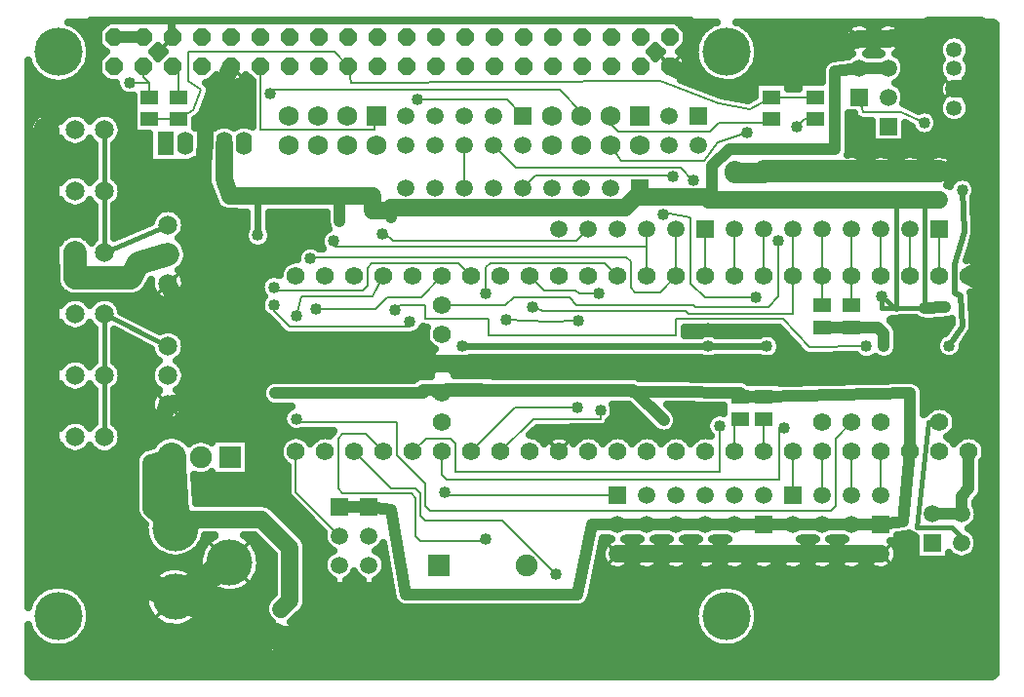
<source format=gbl>
G04 DipTrace 3.0.0.2*
G04 TeensyArbotixProRPIT3.6.gbl*
%MOIN*%
G04 #@! TF.FileFunction,Copper,L2,Bot*
G04 #@! TF.Part,Single*
%AMOUTLINE0*5,1,8,0,0,0.065199,-22.499571*%
G04 #@! TA.AperFunction,ViaPad*
%ADD13C,0.04*%
G04 #@! TA.AperFunction,Conductor*
%ADD14C,0.01*%
%ADD15C,0.06*%
%ADD16C,0.023622*%
%ADD17C,0.015*%
%ADD18C,0.018*%
%ADD19C,0.008*%
%ADD21C,0.09*%
%ADD22C,0.056*%
%ADD23C,0.059055*%
%ADD24C,0.07*%
%ADD25C,0.075*%
%ADD26C,0.05*%
%ADD27C,0.051181*%
G04 #@! TA.AperFunction,CopperBalancing*
%ADD28C,0.025*%
G04 #@! TA.AperFunction,Conductor*
%ADD29C,0.02*%
%ADD30C,0.08*%
%ADD31C,0.1*%
G04 #@! TA.AperFunction,CopperBalancing*
%ADD32C,0.013*%
%ADD37R,0.059055X0.051181*%
G04 #@! TA.AperFunction,ComponentPad*
%ADD39R,0.059055X0.059055*%
%ADD40C,0.059055*%
%ADD41R,0.068898X0.068898*%
%ADD42C,0.068898*%
%ADD43C,0.15748*%
%ADD46C,0.065199*%
%ADD48C,0.05315*%
%ADD51R,0.074803X0.074803*%
%ADD52C,0.074803*%
%ADD56R,0.056X0.08*%
%ADD57O,0.056X0.08*%
%ADD60C,0.06194*%
G04 #@! TA.AperFunction,ViaPad*
%ADD63C,0.165*%
G04 #@! TA.AperFunction,ComponentPad*
%ADD125OUTLINE0*%
%FSLAX26Y26*%
G04*
G70*
G90*
G75*
G01*
G04 Bottom*
%LPD*%
X2439961Y943701D2*
D13*
X2539961D1*
X2639961D1*
X2739961D1*
X2839961D1*
X2939961D1*
X3039961D1*
X3139961D1*
X3239961D1*
X3339961D1*
X3414961Y956201D1*
X3439961Y1193701D1*
X1489961Y1006201D2*
X1589961D1*
X1664961Y993701D1*
X1714961Y706201D1*
X2302461D1*
X2352461Y943701D1*
X2439961D1*
X3439961Y1193701D2*
Y1393701D1*
X2939961Y1381201D1*
X2857969D1*
X1839961Y1393701D2*
X1855208Y1408948D1*
X2857969Y1396412D1*
Y1381201D1*
X1839961Y1393701D2*
X1820991D1*
X1808991Y1405701D1*
X1773961D1*
Y1393701D1*
X1269961D1*
X2597415Y1300826D2*
X2492540Y1405701D1*
X1808991D1*
X2224202Y1403988D2*
X2222824Y1402610D1*
X1836659D1*
X1839961Y1393701D1*
X3239961Y1618701D2*
X3329961D1*
X3349961Y1598701D1*
Y1553701D1*
X3139961Y1618701D2*
X3239961D1*
X2839961Y2056201D2*
D15*
X2939961D1*
X3039961D1*
X3139961D1*
X3239961D1*
X3339961D1*
X3390999D1*
X3439961D1*
X3489179D1*
X3539961D1*
X719488Y2610630D2*
D13*
X819488D1*
X1094461Y2246732D2*
D15*
Y2125284D1*
X1114856Y2068701D1*
X1209961D1*
X1489961D1*
X1601608D1*
Y2018701D1*
X1664961D1*
Y2027175D1*
X2463538D1*
X2500131Y2063768D1*
X2763163D1*
X2750655Y2056201D1*
X2839961D1*
X2514961Y2093701D2*
D13*
X2463538Y2027175D1*
X2949961Y1553701D2*
D16*
X2749961D1*
X1209961Y2068701D2*
Y1933701D1*
X2749961Y1553701D2*
X1909961D1*
X1489961Y1981201D2*
D13*
Y2068701D1*
X1664961Y1993701D2*
Y2018701D1*
X3340414Y1726188D2*
D18*
Y1684697D1*
X3489179D1*
Y2056201D1*
X3390999D2*
Y1681110D1*
X3340414Y1726188D1*
X3489179Y1684697D2*
D13*
X3558267Y1688193D1*
X3264961Y2506201D2*
X3364961D1*
X3264961D2*
X3183166Y2493435D1*
Y2227227D1*
X2820154D1*
X2763163Y2170237D1*
Y2063768D1*
X3239961Y1293701D2*
D19*
X3183961Y1237701D1*
Y1007701D1*
X3167961Y991701D1*
X1797961D1*
X1781961Y1007701D1*
Y1083701D1*
X1683961Y1181701D1*
Y1293607D1*
X1341625D1*
Y1306299D1*
X2229961Y773701D2*
X2043961Y959701D1*
X1781961D1*
X1765961Y975701D1*
Y1051701D1*
X1749961Y1067701D1*
X1665961D1*
X1539961Y1193701D1*
X1989961Y893701D2*
X1986131Y889872D1*
X1765961D1*
X1749961Y905872D1*
Y1035701D1*
X1733961Y1051701D1*
X1499961D1*
X1483961Y1067701D1*
Y1237701D1*
X1499961Y1253701D1*
X1579961D1*
X1639961Y1193701D1*
X3439961Y1956201D2*
Y1793701D1*
X3039961Y1956201D2*
Y1793701D1*
Y1664870D1*
X2682389D1*
X2672347Y1674912D1*
X2185755D1*
X2147966Y1688960D1*
X3539961Y1956201D2*
Y1793701D1*
X2539961D2*
Y1895701D1*
Y1956201D1*
Y1895701D2*
X1473961D1*
X1469961Y1913701D1*
X2439961Y1793701D2*
X2393961Y1839701D1*
X2005961D1*
X1989961Y1823701D1*
Y1733701D1*
X2339961Y1956201D2*
X2297461Y1913701D1*
X1671120D1*
X1646513Y1938307D1*
X1633477D1*
X1914961Y2093701D2*
Y2242095D1*
X2439961Y1043701D2*
X1859961D1*
X1849961Y1053701D1*
X2839961Y1193701D2*
Y1306398D1*
X2857969D1*
X2939961Y1193701D2*
Y1306398D1*
X2911744Y1719925D2*
X2737599D1*
X2688987Y1768537D1*
Y1994970D1*
X2613995Y2009331D1*
X2594166Y2005491D1*
X2114961Y2093701D2*
X2158961Y2137701D1*
X2625961D1*
X2629961Y2133701D1*
X3339961Y1956201D2*
Y1793701D1*
X3039961Y1043701D2*
Y1193701D1*
X3139961Y1043701D2*
Y1193701D1*
X3239961Y1043701D2*
Y1193701D1*
X3339961D2*
Y1043701D1*
X1676862Y1677230D2*
X1695914Y1696280D1*
X1783117D1*
Y1647957D1*
X1997999D1*
Y1592086D1*
X2639349D1*
Y1647957D1*
X3005080D1*
X3096516Y1550316D1*
X3289961Y1553701D1*
X1264961Y1756201D2*
X1275461Y1745701D1*
X1567961D1*
X1583961Y1761701D1*
Y1821701D1*
X1599961Y1837701D1*
X1895961D1*
X1939961Y1793701D1*
X1407950Y1680806D2*
X1409344Y1682201D1*
X1611735D1*
X1652177Y1722643D1*
X1768903D1*
X1839961Y1793701D1*
X1264961Y1693701D2*
Y1674110D1*
X1319078Y1619994D1*
X1724729D1*
X1729961Y1638307D1*
X1639961Y1793701D2*
X1601633Y1723768D1*
X1358149D1*
X1340017Y1658364D1*
X3239961Y1956201D2*
Y1793701D1*
Y1693504D1*
X1489961Y906201D2*
X1339961Y1056201D1*
Y1193701D1*
X3139961Y1956201D2*
Y1793701D1*
Y1693504D1*
X2882662Y2283876D2*
X2781246Y2252125D1*
X2734420Y2187175D1*
X2452461D1*
X2414961Y2242095D1*
X2696766Y2123207D2*
X2696455D1*
X2653961Y2165701D1*
X2091355D1*
X2014961Y2242095D1*
X2939961Y1956201D2*
Y1793701D1*
X2839961Y1956201D2*
Y1793701D1*
X2739961Y1956201D2*
Y1793701D1*
X2639961Y1956201D2*
Y1793701D1*
X2583961Y1737701D1*
X2499961D1*
X2483961Y1753701D1*
Y1843701D1*
X2467961Y1859701D1*
X1395961D1*
X1389961Y1853701D1*
X2381281Y1333981D2*
Y1306201D1*
X2152461D1*
X2039961Y1193701D1*
X685583Y1243701D2*
D17*
Y1453701D1*
Y1663701D1*
X902461Y1553701D1*
X685583Y1873701D2*
X902461Y1968701D1*
X685583Y2293701D2*
Y2083701D1*
Y1873701D1*
X485583Y2293701D2*
D21*
Y2083701D1*
Y1873701D1*
Y1663701D1*
Y1453701D1*
Y1243701D1*
X525112Y1014668D1*
X552461Y856201D1*
X927461Y696851D1*
X1112500Y814961D1*
X927461Y696851D2*
X1234465Y577734D1*
X1289961Y556201D1*
X1602461D1*
X1594904Y646879D1*
X1589961Y706201D1*
X1489961D2*
X1589961D1*
X902461Y1768701D2*
D15*
X929511Y1714601D1*
X974721Y1627827D1*
X1002461Y1568701D1*
X1000721Y1540858D1*
X995288Y1453675D1*
X989961Y1368701D1*
X902461Y1353701D1*
X929511Y1714601D2*
X1052461Y1781201D1*
X1044053Y1840059D1*
X1014961Y2043701D1*
X1017449Y2074774D1*
X1023159Y2176865D1*
D22*
X1027461Y2246732D1*
Y2317463D1*
D15*
X1119488Y2510630D1*
X2439961Y843701D2*
D23*
X2539961D1*
X2639961D1*
X2707599D1*
X2739961D1*
X2839961D1*
X2939961D1*
X3039961D1*
X3139961D1*
X3239961D1*
X3339961D1*
X1000721Y1540858D2*
D15*
X1355092Y1520920D1*
X1839961Y1493701D1*
X1602461Y556201D2*
D21*
X1598949Y598344D1*
D15*
X2614961Y606201D1*
X2707599Y843701D1*
X2839961Y2156201D2*
D24*
Y2147698D1*
X2939961D1*
Y2156201D1*
D25*
X3039961D1*
X3139961D1*
X3239961D1*
X3339961D1*
X3439961D1*
X3539961D1*
X3264961Y2606201D2*
D23*
X3364961D1*
X3423528Y2616849D1*
D15*
X3503939Y2652222D1*
X3677461D1*
Y2433701D1*
Y2156201D1*
Y1818701D1*
X3639961Y1793701D1*
X3589961Y2433701D2*
X3677461D1*
X3539961Y2156201D2*
X3677461D1*
X1839961Y1493701D2*
X2605122D1*
X3047372D1*
Y1457024D1*
X3204516D1*
X3669764D1*
X3694764Y1766299D1*
X3639961Y1793701D1*
X2619488Y2510630D2*
X2687286Y2479378D1*
X2770919Y2444113D1*
X2845919Y2431613D1*
X2952461Y2506201D1*
X3208265Y2588058D1*
D23*
X3264961Y2606201D1*
X1314961Y1981201D2*
D26*
Y1926201D1*
D15*
Y1881201D1*
X1214478Y1865941D1*
X1044053Y1840059D1*
X902461Y1353701D2*
X883659Y1312355D1*
X764921Y1193617D1*
X709414Y1087214D1*
X525112Y1014668D1*
X1090158Y1631201D2*
D27*
X1034670Y1627827D1*
D15*
X974721D1*
X3152461Y1506201D2*
D17*
X3204516Y1457024D1*
X1239658Y1806004D2*
D14*
X1214478Y1865941D1*
X2746694Y1614301D2*
D17*
X3002958Y1596282D1*
X3047372Y1493701D1*
X1019588Y1458822D2*
D15*
X995288Y1453675D1*
X485583Y2293701D2*
X524322Y2352870D1*
X577441Y2405990D1*
X639935D1*
X689929D1*
X752423Y2374743D1*
X771171Y2199761D1*
X802418Y2074774D1*
X1017449D1*
X919488Y2610630D2*
D28*
X915265Y2669005D1*
X639935D1*
Y2405990D1*
X915265Y2669005D2*
X2687286D1*
Y2479378D1*
X1355092Y1513977D2*
D29*
Y1520920D1*
X2373345Y1733670D2*
D19*
X2308898D1*
X2296486Y1746082D1*
X2187580D1*
X2139961Y1793701D1*
X2787782Y1282021D2*
X2787009D1*
Y1124524D1*
X1885628D1*
Y1151368D1*
X1883961Y1149701D1*
Y1221701D1*
X1867961Y1237701D1*
X1783961D1*
X1739961Y1193701D1*
X3007368Y1275960D2*
X2990134D1*
Y1099701D1*
X1855961D1*
X1839961Y1115701D1*
Y1193701D1*
X3487315Y2318297D2*
X3408620Y2355263D1*
X3277391D1*
X3264961Y2406201D1*
X2305135Y1642874D2*
X2204328Y1639187D1*
X2057075Y1643702D1*
X2989961Y1913701D2*
Y1723592D1*
X2953998Y1687629D1*
X2705848D1*
X2696994Y1696483D1*
X2298629D1*
X2273637Y1721475D1*
X2086474D1*
X2053345Y1693701D1*
X1839961D1*
X1614961Y2342095D2*
X1597486D1*
X1608583Y2330998D1*
Y2293502D1*
X1219488D1*
Y2510630D1*
X2964961Y2406103D2*
X3114961D1*
X1519488Y2510630D2*
X1527461Y2455327D1*
X2585156Y2460973D1*
X2786355Y2383587D1*
X2891159Y2365441D1*
X2964961Y2406103D1*
X939961Y2331299D2*
X853961D1*
X839961D1*
X1519488Y2510630D2*
X1471097Y2562223D1*
X971150D1*
Y2462234D1*
X1014895Y2430987D1*
X989898Y2362244D1*
X939961Y2331299D1*
X1754760Y2397398D2*
Y2396735D1*
X2060320D1*
X2114961Y2342095D1*
X2414961D2*
Y2343701D1*
X2412399Y2341139D1*
Y2317420D1*
X2440785Y2289034D1*
X2753702D1*
X2783369Y2318701D1*
X2964961D1*
Y2331299D1*
X3052461Y2306201D2*
X3077559Y2331299D1*
X3114961D1*
X819488Y2510630D2*
Y2476410D1*
X839961Y2455937D1*
Y2406103D1*
Y2455984D2*
X771171D1*
X939961Y2406103D2*
Y2510630D1*
X919488D1*
X1252370Y2418488D2*
Y2429914D1*
X1546313D1*
X1545587Y2430639D1*
X2240523D1*
X2314961Y2356201D1*
Y2342095D1*
X2302461Y1343701D2*
X2089961D1*
X1939961Y1193701D1*
X902461Y1868701D2*
D30*
X803121Y1837803D1*
X774819Y1789232D1*
X585583D1*
Y1873701D1*
X927461Y933071D2*
D31*
X914961Y1143701D1*
Y1174839D1*
X927461Y933071D2*
D15*
X956517Y962128D1*
X1221540D1*
X1319465Y864202D1*
Y685705D1*
X1289961Y656201D1*
X914961Y1174839D2*
X846163Y1156121D1*
Y999887D1*
X927461Y933071D1*
X3514961Y981201D2*
D13*
X3614961D1*
Y1041701D1*
X3639961Y1066701D1*
Y1193701D1*
X3572797Y1555802D2*
D29*
X3617782Y1621795D1*
X3612089Y1728253D1*
X3590709Y1736307D1*
Y1834410D1*
X3623714Y1946187D1*
X3617827Y2088307D1*
X3614961Y881201D2*
D17*
X3612663Y878903D1*
Y904436D1*
X3581080Y936019D1*
X3462638D1*
X3502423Y1293701D1*
X3539961D1*
D13*
X1489961Y1981201D3*
X3340414Y1726188D3*
D3*
X3558267Y1688193D3*
X2147966Y1688960D3*
X2911744Y1719925D3*
X2594166Y2005491D3*
X1340017Y1658364D3*
X2882662Y2283876D3*
X1314961Y1981201D3*
X1090158Y1631201D3*
X2605122Y1493701D3*
X3152461Y1506201D3*
X1239658Y1806004D3*
X2746694Y1614301D3*
X1019588Y1458822D3*
X1355092Y1513977D3*
X3487315Y2318297D3*
X2305135Y1642874D3*
X2057075Y1643702D3*
X1252370Y2418488D3*
X3572797Y1555802D3*
X3617827Y2088307D3*
D63*
X2811221Y631496D3*
X527756D3*
Y2560630D3*
X2811221D3*
D13*
X3349961Y1553701D3*
X1269961Y1393701D3*
X2224202Y1403988D3*
X2597415Y1300826D3*
X1664961Y1993701D3*
X1909961Y1553701D3*
X2749961D3*
X2949961D3*
X1209961Y1933701D3*
X1341625Y1306299D3*
X2229961Y773701D3*
X1989961Y893701D3*
Y1733701D3*
X1633477Y1938307D3*
X1849961Y1053701D3*
X2629961Y2133701D3*
X3289961Y1553701D3*
X1676862Y1677230D3*
X1264961Y1756201D3*
X1407950Y1680806D3*
X1729961Y1638307D3*
X1264961Y1693701D3*
X2696766Y2123207D3*
X2381281Y1333981D3*
X2373345Y1733670D3*
X2787782Y1282021D3*
X3007368Y1275960D3*
X2989961Y1913701D3*
X1754760Y2397398D3*
X3052461Y2306201D3*
X771171Y2455984D3*
X2302461Y1343701D3*
X1469961Y1913701D3*
X1389961Y1853701D3*
X605241Y2638332D2*
D28*
X666452D1*
X2672526D2*
X2733688D1*
X2888737D2*
X3217770D1*
X3412126D2*
X3730710D1*
X624430Y2613463D2*
X661374D1*
X2677604D2*
X2714548D1*
X2907927D2*
X3207907D1*
X3421989D2*
X3560837D1*
X3619059D2*
X3730710D1*
X634587Y2588595D2*
X663229D1*
X2675749D2*
X2704391D1*
X2918034D2*
X3210348D1*
X3419597D2*
X3539352D1*
X3640593D2*
X3730710D1*
X638200Y2563726D2*
X685251D1*
X853727D2*
X885251D1*
X2553727D2*
X2585251D1*
X2653727D2*
X2700778D1*
X2921696D2*
X3227487D1*
X3302458D2*
X3327487D1*
X3402458D2*
X3535641D1*
X3644304D2*
X3730710D1*
X636052Y2538857D2*
X666843D1*
X2672136D2*
X2702927D1*
X2919499D2*
X3176706D1*
X3411735D2*
X3544772D1*
X3635124D2*
X3730710D1*
X627653Y2513988D2*
X661374D1*
X2677604D2*
X2711325D1*
X2911149D2*
X3140085D1*
X3421940D2*
X3536423D1*
X3643522D2*
X3730710D1*
X426725Y2489120D2*
X444311D1*
X611198D2*
X663034D1*
X2675944D2*
X2727780D1*
X2894645D2*
X3135202D1*
X3419792D2*
X3537448D1*
X3642448D2*
X3730710D1*
X426725Y2464251D2*
X476511D1*
X578972D2*
X684714D1*
X1054264D2*
X1084714D1*
X1154264D2*
X1184714D1*
X2661296D2*
X2760007D1*
X2862468D2*
X3135202D1*
X3403093D2*
X3545309D1*
X3634636D2*
X3730710D1*
X426725Y2439382D2*
X726315D1*
X1045671D2*
X1187497D1*
X2725944D2*
X2907419D1*
X3022477D2*
X3057419D1*
X3411345D2*
X3535690D1*
X3644206D2*
X3730710D1*
X426725Y2414513D2*
X749948D1*
X1042790D2*
X1187497D1*
X2790593D2*
X2907419D1*
X3421843D2*
X3539059D1*
X3640886D2*
X3730710D1*
X426725Y2389645D2*
X782419D1*
X1033757D2*
X1187497D1*
X3419938D2*
X3539792D1*
X3640153D2*
X3730710D1*
X426725Y2364776D2*
X782419D1*
X1024675D2*
X1187497D1*
X3460222D2*
X3535544D1*
X3644401D2*
X3730710D1*
X426725Y2339907D2*
X447848D1*
X523307D2*
X547848D1*
X623307D2*
X647848D1*
X723307D2*
X782419D1*
X1011638D2*
X1187497D1*
X3231169D2*
X3249704D1*
X3529850D2*
X3544098D1*
X3635856D2*
X3730710D1*
X742106Y2315038D2*
X782419D1*
X997477D2*
X1187497D1*
X3231169D2*
X3307419D1*
X3535222D2*
X3730710D1*
X746061Y2290170D2*
X782419D1*
X3231169D2*
X3307419D1*
X3422477D2*
X3449069D1*
X3525602D2*
X3730710D1*
X738786Y2265301D2*
X837448D1*
X3231169D2*
X3307419D1*
X3422477D2*
X3730710D1*
X426725Y2240432D2*
X459909D1*
X511296D2*
X559909D1*
X611296D2*
X650095D1*
X721061D2*
X837448D1*
X3231169D2*
X3730710D1*
X426725Y2215563D2*
X650095D1*
X721061D2*
X837448D1*
X3229655D2*
X3730710D1*
X426725Y2190694D2*
X650095D1*
X721061D2*
X837448D1*
X3585319D2*
X3730710D1*
X426725Y2165826D2*
X650095D1*
X721061D2*
X1036472D1*
X3596647D2*
X3730710D1*
X426725Y2140957D2*
X473239D1*
X497989D2*
X573239D1*
X597989D2*
X650095D1*
X721061D2*
X1036472D1*
X3595329D2*
X3730710D1*
X736296Y2116088D2*
X1037253D1*
X3656364D2*
X3730710D1*
X745671Y2091219D2*
X1045261D1*
X3665739D2*
X3730710D1*
X743522Y2066351D2*
X1054245D1*
X3660173D2*
X3730710D1*
X426725Y2041482D2*
X443140D1*
X527995D2*
X543136D1*
X627995D2*
X643136D1*
X727995D2*
X1064011D1*
X3657780D2*
X3730710D1*
X426725Y2016613D2*
X650095D1*
X721061D2*
X867087D1*
X937809D2*
X1093210D1*
X3658805D2*
X3730710D1*
X426725Y1991744D2*
X650095D1*
X721061D2*
X846628D1*
X958317D2*
X1170163D1*
X1249772D2*
X1441989D1*
X3659831D2*
X3730710D1*
X426725Y1966876D2*
X650095D1*
X721061D2*
X813571D1*
X963054D2*
X1170163D1*
X1249772D2*
X1444284D1*
X3660856D2*
X3730710D1*
X426725Y1942007D2*
X650095D1*
X721061D2*
X756784D1*
X956559D2*
X1162741D1*
X1257194D2*
X1431833D1*
X3661442D2*
X3730710D1*
X426725Y1917138D2*
X444506D1*
X949040D2*
X1165085D1*
X1254850D2*
X1422067D1*
X3654655D2*
X3730710D1*
X966081Y1892269D2*
X1188669D1*
X1231266D2*
X1363327D1*
X3647282D2*
X3730710D1*
X970427Y1867400D2*
X1344089D1*
X3639958D2*
X3730710D1*
X965007Y1842532D2*
X1309079D1*
X3670817D2*
X3730710D1*
X426725Y1817663D2*
X467722D1*
X503434D2*
X517566D1*
X946013D2*
X1286325D1*
X3693571D2*
X3730710D1*
X426725Y1792794D2*
X517575D1*
X957829D2*
X1235397D1*
X3698942D2*
X3730710D1*
X426725Y1767925D2*
X521139D1*
X963054D2*
X1218503D1*
X3692692D2*
X3730710D1*
X426725Y1743057D2*
X536667D1*
X823747D2*
X847848D1*
X957097D2*
X1218893D1*
X3667448D2*
X3730710D1*
X426725Y1718188D2*
X462936D1*
X508268D2*
X562936D1*
X608268D2*
X662936D1*
X708268D2*
X871237D1*
X933659D2*
X1224118D1*
X3650651D2*
X3730710D1*
X738054Y1693319D2*
X1216940D1*
X3652018D2*
X3730710D1*
X751628Y1668450D2*
X1224606D1*
X3653337D2*
X3730710D1*
X800700Y1643582D2*
X1251266D1*
X3371891D2*
X3467233D1*
X3654655D2*
X3730710D1*
X426725Y1618713D2*
X446360D1*
X524870D2*
X546335D1*
X624870D2*
X646335D1*
X849723D2*
X1276169D1*
X3393327D2*
X3570212D1*
X3655632D2*
X3730710D1*
X426725Y1593844D2*
X650095D1*
X721061D2*
X747897D1*
X946940D2*
X1302975D1*
X1742106D2*
X1781003D1*
X2671354D2*
X2726022D1*
X2773893D2*
X2926022D1*
X2973893D2*
X3012839D1*
X3397966D2*
X3545358D1*
X3644157D2*
X3730710D1*
X426725Y1568975D2*
X650095D1*
X721061D2*
X796921D1*
X961003D2*
X1786716D1*
X2995329D2*
X3036130D1*
X3397966D2*
X3526755D1*
X3627214D2*
X3730710D1*
X426725Y1544107D2*
X650095D1*
X721061D2*
X842673D1*
X962272D2*
X1810446D1*
X2996940D2*
X3059421D1*
X3396940D2*
X3526315D1*
X3619255D2*
X3730710D1*
X426725Y1519238D2*
X650095D1*
X721061D2*
X853171D1*
X951725D2*
X1787106D1*
X2982145D2*
X3257761D1*
X3382145D2*
X3543210D1*
X3602360D2*
X3730710D1*
X426725Y1494369D2*
X441579D1*
X729557D2*
X858444D1*
X946452D2*
X1781003D1*
X1898942D2*
X3730710D1*
X744011Y1469500D2*
X844040D1*
X960856D2*
X1786423D1*
X1893473D2*
X3730710D1*
X745475Y1444631D2*
X842575D1*
X962370D2*
X1747946D1*
X2642204D2*
X3730710D1*
X735222Y1419763D2*
X852780D1*
X952116D2*
X1230173D1*
X3479753D2*
X3730710D1*
X426725Y1394894D2*
X650095D1*
X721061D2*
X858981D1*
X945915D2*
X1221970D1*
X3487956D2*
X3730710D1*
X426725Y1370025D2*
X650095D1*
X721061D2*
X844186D1*
X960710D2*
X1228610D1*
X3487956D2*
X3730710D1*
X426725Y1345156D2*
X650095D1*
X721061D2*
X842477D1*
X962419D2*
X1315475D1*
X2427897D2*
X2486276D1*
X2619889D2*
X2800436D1*
X3487956D2*
X3514206D1*
X3565739D2*
X3730710D1*
X426725Y1320288D2*
X650095D1*
X721061D2*
X852438D1*
X952507D2*
X1295847D1*
X2427165D2*
X2511130D1*
X2641032D2*
X2760690D1*
X3592302D2*
X3730710D1*
X426725Y1295419D2*
X456589D1*
X514567D2*
X556589D1*
X614567D2*
X650095D1*
X721061D2*
X1294968D1*
X2411247D2*
X2535983D1*
X2645085D2*
X2741794D1*
X3598893D2*
X3730710D1*
X739616Y1270550D2*
X1310983D1*
X2161003D2*
X2560886D1*
X2633903D2*
X2741257D1*
X3593962D2*
X3730710D1*
X746159Y1245681D2*
X886374D1*
X943522D2*
X1315378D1*
X1364518D2*
X1415378D1*
X2164518D2*
X2215378D1*
X2264518D2*
X2315378D1*
X2364518D2*
X2415378D1*
X2464518D2*
X2515378D1*
X2564518D2*
X2615378D1*
X2664518D2*
X2715378D1*
X3572184D2*
X3615378D1*
X3664518D2*
X3730710D1*
X741472Y1220813D2*
X852585D1*
X1180339D2*
X1287936D1*
X3692009D2*
X3730710D1*
X426725Y1195944D2*
X449997D1*
X521159D2*
X549997D1*
X621159D2*
X649997D1*
X721159D2*
X805026D1*
X1180339D2*
X1281052D1*
X3698893D2*
X3730710D1*
X426725Y1171075D2*
X790231D1*
X1180339D2*
X1285739D1*
X3694206D2*
X3730710D1*
X426725Y1146206D2*
X788180D1*
X1180339D2*
X1306930D1*
X3687956D2*
X3730710D1*
X426725Y1121337D2*
X788180D1*
X1180339D2*
X1307956D1*
X3687956D2*
X3730710D1*
X426725Y1096469D2*
X788180D1*
X995866D2*
X1307956D1*
X3687956D2*
X3730710D1*
X426725Y1071600D2*
X788180D1*
X997380D2*
X1307956D1*
X3687956D2*
X3730710D1*
X426725Y1046731D2*
X788180D1*
X998845D2*
X1309518D1*
X3683317D2*
X3730710D1*
X426725Y1021862D2*
X788180D1*
X1000309D2*
X1330075D1*
X3662956D2*
X3730710D1*
X426725Y996994D2*
X788229D1*
X1267643D2*
X1354977D1*
X3670182D2*
X3730710D1*
X426725Y972125D2*
X795602D1*
X1292497D2*
X1379831D1*
X3671745D2*
X3730710D1*
X426725Y947256D2*
X820309D1*
X1317399D2*
X1404684D1*
X3660759D2*
X3730710D1*
X426725Y922387D2*
X821286D1*
X1342253D2*
X1429587D1*
X3653972D2*
X3730710D1*
X426725Y897519D2*
X826950D1*
X1027946D2*
X1046376D1*
X1178630D2*
X1205173D1*
X1366325D2*
X1433102D1*
X2391716D2*
X2407576D1*
X2472380D2*
X2507565D1*
X2572380D2*
X2607565D1*
X2672380D2*
X2707565D1*
X2772380D2*
X2807565D1*
X3072380D2*
X3107565D1*
X3172380D2*
X3207565D1*
X3397477D2*
X3457419D1*
X3670036D2*
X3730710D1*
X426725Y872650D2*
X840036D1*
X1201823D2*
X1230026D1*
X1376823D2*
X1443845D1*
X3389274D2*
X3457419D1*
X3671843D2*
X3730710D1*
X426725Y847781D2*
X865036D1*
X989909D2*
X1011081D1*
X1213932D2*
X1254929D1*
X1377458D2*
X1451413D1*
X1628483D2*
X1641667D1*
X3397331D2*
X3457419D1*
X3661198D2*
X3730710D1*
X426725Y822912D2*
X1006052D1*
X1218913D2*
X1261472D1*
X1377458D2*
X1435055D1*
X3393425D2*
X3730710D1*
X426725Y798044D2*
X899948D1*
X954997D2*
X1007126D1*
X1217839D2*
X1261472D1*
X1377458D2*
X1433054D1*
X2370768D2*
X2406735D1*
X2473161D2*
X2506735D1*
X2573161D2*
X2606735D1*
X2673161D2*
X2706735D1*
X2773161D2*
X2806735D1*
X2873161D2*
X2906735D1*
X2973161D2*
X3006735D1*
X3073161D2*
X3106735D1*
X3173161D2*
X3206735D1*
X3273161D2*
X3306735D1*
X3373161D2*
X3730710D1*
X426725Y773175D2*
X853952D1*
X1000944D2*
X1014499D1*
X1210514D2*
X1261472D1*
X1377458D2*
X1443454D1*
X1636491D2*
X1654636D1*
X2365544D2*
X3730710D1*
X426725Y748306D2*
X834323D1*
X1195134D2*
X1261472D1*
X1377458D2*
X1452048D1*
X1527897D2*
X1552048D1*
X1627897D2*
X1658981D1*
X2360319D2*
X3730710D1*
X426725Y723437D2*
X468600D1*
X586930D2*
X824167D1*
X1030729D2*
X1060104D1*
X1164909D2*
X1261472D1*
X1377458D2*
X1435202D1*
X1644743D2*
X1663278D1*
X2355095D2*
X2752048D1*
X2870378D2*
X3730710D1*
X426725Y698568D2*
X440603D1*
X614909D2*
X820749D1*
X1034196D2*
X1251364D1*
X1377458D2*
X1432956D1*
X1646940D2*
X1667624D1*
X2349821D2*
X2724069D1*
X2898356D2*
X3730710D1*
X629655Y673700D2*
X823337D1*
X1031608D2*
X1234811D1*
X1376139D2*
X1443063D1*
X1636882D2*
X1680661D1*
X2336784D2*
X2709323D1*
X2913151D2*
X3730710D1*
X636833Y648831D2*
X832419D1*
X1022477D2*
X1232468D1*
X1363444D2*
X2702145D1*
X2920329D2*
X3730710D1*
X638005Y623962D2*
X850436D1*
X1004460D2*
X1242282D1*
X1338688D2*
X2700973D1*
X2921452D2*
X3730710D1*
X633268Y599093D2*
X888766D1*
X966130D2*
X1232419D1*
X1347477D2*
X2705710D1*
X2916764D2*
X3730710D1*
X621843Y574225D2*
X1232419D1*
X1347477D2*
X2717136D1*
X2905290D2*
X3730710D1*
X426725Y549356D2*
X455124D1*
X600358D2*
X1232419D1*
X1347477D2*
X2738620D1*
X2883854D2*
X3730710D1*
X426725Y524487D2*
X510641D1*
X544841D2*
X1232419D1*
X1347477D2*
X2794138D1*
X2828337D2*
X3730710D1*
X426725Y499618D2*
X3730710D1*
X426725Y474750D2*
X3730710D1*
X426701Y449881D2*
X3730710D1*
X442009Y425012D2*
X3715378D1*
X2989950Y820732D2*
X2985667Y813058D1*
X2981079Y807132D1*
X2975729Y801884D1*
X2969716Y797412D1*
X2963150Y793798D1*
X2956155Y791110D1*
X2948859Y789398D1*
X2941398Y788692D1*
X2933910Y789007D1*
X2926535Y790336D1*
X2919409Y792656D1*
X2912663Y795922D1*
X2906425Y800074D1*
X2900808Y805035D1*
X2895917Y810713D1*
X2891843Y817004D1*
X2889972Y820728D1*
X2885667Y813058D1*
X2881079Y807132D1*
X2875729Y801884D1*
X2869716Y797412D1*
X2863150Y793798D1*
X2856155Y791110D1*
X2848859Y789398D1*
X2841398Y788692D1*
X2833910Y789007D1*
X2826535Y790336D1*
X2819409Y792656D1*
X2812663Y795922D1*
X2806425Y800074D1*
X2800808Y805035D1*
X2795917Y810713D1*
X2791843Y817004D1*
X2789972Y820728D1*
X2785667Y813058D1*
X2781079Y807132D1*
X2775729Y801884D1*
X2769716Y797412D1*
X2763150Y793798D1*
X2756155Y791110D1*
X2748859Y789398D1*
X2741398Y788692D1*
X2733910Y789007D1*
X2726535Y790336D1*
X2719409Y792656D1*
X2712663Y795922D1*
X2706425Y800074D1*
X2700808Y805035D1*
X2695917Y810713D1*
X2691843Y817004D1*
X2689972Y820728D1*
X2685667Y813058D1*
X2681079Y807132D1*
X2675729Y801884D1*
X2669716Y797412D1*
X2663150Y793798D1*
X2656155Y791110D1*
X2648859Y789398D1*
X2641398Y788692D1*
X2633910Y789007D1*
X2626535Y790336D1*
X2619409Y792656D1*
X2612663Y795922D1*
X2606425Y800074D1*
X2600808Y805035D1*
X2595917Y810713D1*
X2591843Y817004D1*
X2589972Y820728D1*
X2585667Y813058D1*
X2581079Y807132D1*
X2575729Y801884D1*
X2569716Y797412D1*
X2563150Y793798D1*
X2556155Y791110D1*
X2548859Y789398D1*
X2541398Y788692D1*
X2533910Y789007D1*
X2526535Y790336D1*
X2519409Y792656D1*
X2512663Y795922D1*
X2506425Y800074D1*
X2500808Y805035D1*
X2495917Y810713D1*
X2491843Y817004D1*
X2489972Y820728D1*
X2485667Y813058D1*
X2481079Y807132D1*
X2475729Y801884D1*
X2469716Y797412D1*
X2463150Y793798D1*
X2456155Y791110D1*
X2448859Y789398D1*
X2441398Y788692D1*
X2433910Y789007D1*
X2426535Y790336D1*
X2419409Y792656D1*
X2412663Y795922D1*
X2406425Y800074D1*
X2400808Y805035D1*
X2395917Y810713D1*
X2391843Y817004D1*
X2388662Y823789D1*
X2386432Y830944D1*
X2385196Y838335D1*
X2384974Y845826D1*
X2385773Y853278D1*
X2387577Y860552D1*
X2390352Y867513D1*
X2394048Y874033D1*
X2398595Y879990D1*
X2403909Y885274D1*
X2409892Y889787D1*
X2416995Y893695D1*
X2409062Y898217D1*
X2389326Y898201D1*
X2346985Y696827D1*
X2344970Y689978D1*
X2341909Y683528D1*
X2337877Y677636D1*
X2332972Y672447D1*
X2327316Y668090D1*
X2321048Y664671D1*
X2314323Y662274D1*
X2307305Y660959D1*
X2289961Y660701D1*
X1711391Y660841D1*
X1704339Y661958D1*
X1697549Y664164D1*
X1691187Y667406D1*
X1685411Y671602D1*
X1680362Y676651D1*
X1676166Y682427D1*
X1672924Y688789D1*
X1670718Y695579D1*
X1644432Y846187D1*
X1638501Y880294D1*
X1634479Y873857D1*
X1628871Y867291D1*
X1622305Y861683D1*
X1614943Y857171D1*
X1612874Y856217D1*
X1618713Y853120D1*
X1625698Y848044D1*
X1631804Y841939D1*
X1636880Y834953D1*
X1640800Y827259D1*
X1643468Y819047D1*
X1644819Y810518D1*
Y801884D1*
X1643468Y793355D1*
X1640800Y785143D1*
X1636880Y777449D1*
X1631804Y770463D1*
X1625698Y764358D1*
X1618713Y759282D1*
X1612874Y756217D1*
X1619083Y752891D1*
X1625157Y748501D1*
X1630578Y743326D1*
X1635246Y737463D1*
X1639073Y731020D1*
X1641990Y724117D1*
X1643942Y716881D1*
X1644893Y709447D1*
X1644761Y701208D1*
X1643575Y693808D1*
X1641394Y686638D1*
X1638259Y679831D1*
X1634228Y673514D1*
X1629376Y667802D1*
X1623793Y662803D1*
X1617583Y658608D1*
X1610860Y655297D1*
X1603749Y652929D1*
X1596383Y651550D1*
X1588898Y651184D1*
X1581432Y651838D1*
X1574125Y653501D1*
X1567111Y656142D1*
X1560522Y659711D1*
X1554478Y664142D1*
X1549092Y669353D1*
X1544464Y675248D1*
X1539972Y683228D1*
X1535667Y675558D1*
X1531079Y669632D1*
X1525729Y664384D1*
X1519716Y659912D1*
X1513150Y656298D1*
X1506155Y653610D1*
X1498859Y651898D1*
X1491398Y651192D1*
X1483910Y651507D1*
X1476535Y652836D1*
X1469409Y655156D1*
X1462663Y658422D1*
X1456425Y662574D1*
X1450808Y667535D1*
X1445917Y673213D1*
X1441843Y679504D1*
X1438662Y686289D1*
X1436432Y693444D1*
X1435196Y700835D1*
X1434974Y708326D1*
X1435773Y715778D1*
X1437577Y723052D1*
X1440352Y730013D1*
X1444048Y736533D1*
X1448595Y742490D1*
X1453909Y747774D1*
X1459892Y752287D1*
X1466995Y756195D1*
X1461209Y759282D1*
X1454223Y764358D1*
X1448118Y770463D1*
X1443042Y777449D1*
X1439122Y785143D1*
X1436454Y793355D1*
X1435103Y801884D1*
Y810518D1*
X1436454Y819047D1*
X1439122Y827259D1*
X1443042Y834953D1*
X1448118Y841939D1*
X1454223Y848044D1*
X1461209Y853120D1*
X1467048Y856185D1*
X1461209Y859282D1*
X1454223Y864358D1*
X1448118Y870463D1*
X1443042Y877449D1*
X1439122Y885143D1*
X1436454Y893355D1*
X1435103Y901884D1*
Y910518D1*
X1436279Y918170D1*
X1317529Y1037042D1*
X1313676Y1042808D1*
X1311276Y1049314D1*
X1310461Y1056201D1*
X1310474Y1056536D1*
X1310455Y1145553D1*
X1303287Y1150761D1*
X1297021Y1157027D1*
X1291812Y1164196D1*
X1287790Y1172091D1*
X1285051Y1180518D1*
X1283665Y1189270D1*
Y1198132D1*
X1285051Y1206884D1*
X1287790Y1215311D1*
X1291812Y1223206D1*
X1297021Y1230375D1*
X1303287Y1236641D1*
X1310455Y1241849D1*
X1318351Y1245872D1*
X1326778Y1248611D1*
X1335530Y1249997D1*
X1344391D1*
X1353143Y1248611D1*
X1361571Y1245872D1*
X1369466Y1241849D1*
X1376635Y1236641D1*
X1382901Y1230375D1*
X1388109Y1223206D1*
X1389946Y1219927D1*
X1394276Y1226893D1*
X1400031Y1233631D1*
X1406769Y1239386D1*
X1414324Y1244016D1*
X1422511Y1247407D1*
X1431127Y1249476D1*
X1439961Y1250171D1*
X1448795Y1249476D1*
X1456227Y1247741D1*
X1458808Y1253115D1*
X1463101Y1258561D1*
X1463347Y1258788D1*
X1468660Y1264120D1*
X1358619Y1264106D1*
X1352247Y1262057D1*
X1345195Y1260940D1*
X1338055D1*
X1331003Y1262057D1*
X1324213Y1264263D1*
X1317851Y1267504D1*
X1312075Y1271701D1*
X1307026Y1276750D1*
X1302830Y1282526D1*
X1299588Y1288887D1*
X1297382Y1295678D1*
X1296265Y1302730D1*
Y1309869D1*
X1297382Y1316921D1*
X1299588Y1323712D1*
X1302830Y1330073D1*
X1307026Y1335849D1*
X1312075Y1340898D1*
X1317851Y1345095D1*
X1323947Y1348213D1*
X1266391Y1348341D1*
X1259339Y1349458D1*
X1252549Y1351664D1*
X1246187Y1354906D1*
X1240411Y1359102D1*
X1235362Y1364151D1*
X1231166Y1369927D1*
X1227924Y1376289D1*
X1225718Y1383079D1*
X1224601Y1390131D1*
Y1397271D1*
X1225718Y1404323D1*
X1227924Y1411113D1*
X1231166Y1417475D1*
X1235362Y1423251D1*
X1240411Y1428300D1*
X1246187Y1432496D1*
X1252549Y1435738D1*
X1259339Y1437944D1*
X1266391Y1439061D1*
X1344961Y1439201D1*
X1743154D1*
X1750187Y1444496D1*
X1756549Y1447738D1*
X1763339Y1449944D1*
X1770391Y1451061D1*
X1802761Y1451201D1*
X1797014Y1457035D1*
X1792536Y1463045D1*
X1788895Y1469595D1*
X1786152Y1476570D1*
X1784358Y1483847D1*
X1783542Y1491297D1*
X1783721Y1498789D1*
X1784890Y1506192D1*
X1787029Y1513374D1*
X1790100Y1520211D1*
X1794050Y1526580D1*
X1798808Y1532370D1*
X1804291Y1537479D1*
X1810403Y1541817D1*
X1813728Y1543692D1*
X1806769Y1548016D1*
X1800031Y1553771D1*
X1794276Y1560509D1*
X1789646Y1568064D1*
X1786255Y1576251D1*
X1784186Y1584867D1*
X1783491Y1593701D1*
X1784186Y1602535D1*
X1786255Y1611151D1*
X1789247Y1618473D1*
X1778502Y1618820D1*
X1773619Y1620042D1*
X1770502Y1617651D1*
X1766771Y1611563D1*
X1762134Y1606134D1*
X1756705Y1601497D1*
X1750617Y1597767D1*
X1744021Y1595034D1*
X1736988Y1593162D1*
X1730385Y1591041D1*
X1724729Y1590494D1*
X1316763Y1590585D1*
X1309962Y1591937D1*
X1303664Y1594841D1*
X1298218Y1599134D1*
X1297991Y1599380D1*
X1244083Y1653271D1*
X1238217Y1656891D1*
X1232787Y1661528D1*
X1228151Y1666957D1*
X1224420Y1673044D1*
X1221688Y1679641D1*
X1220021Y1686583D1*
X1219461Y1693701D1*
X1220021Y1700819D1*
X1221688Y1707761D1*
X1224420Y1714358D1*
X1228151Y1720445D1*
X1231906Y1724921D1*
X1228151Y1729457D1*
X1224420Y1735544D1*
X1221688Y1742141D1*
X1220021Y1749083D1*
X1219461Y1756201D1*
X1220021Y1763319D1*
X1221688Y1770261D1*
X1224420Y1776858D1*
X1228151Y1782945D1*
X1232787Y1788374D1*
X1238217Y1793011D1*
X1244304Y1796742D1*
X1250901Y1799474D1*
X1257843Y1801141D1*
X1264961Y1801701D1*
X1272079Y1801141D1*
X1279021Y1799474D1*
X1283628Y1797659D1*
X1285051Y1806884D1*
X1287790Y1815311D1*
X1291812Y1823206D1*
X1297021Y1830375D1*
X1303287Y1836641D1*
X1310455Y1841849D1*
X1318351Y1845872D1*
X1326778Y1848611D1*
X1335530Y1849997D1*
X1344615Y1849970D1*
X1344601Y1857271D1*
X1345718Y1864323D1*
X1347924Y1871113D1*
X1351166Y1877475D1*
X1355362Y1883251D1*
X1360411Y1888299D1*
X1366187Y1892496D1*
X1372549Y1895738D1*
X1379339Y1897944D1*
X1386391Y1899061D1*
X1393531D1*
X1400583Y1897944D1*
X1407373Y1895738D1*
X1413735Y1892496D1*
X1418382Y1889189D1*
X1431654Y1889201D1*
X1427924Y1896289D1*
X1425718Y1903079D1*
X1424601Y1910131D1*
Y1917271D1*
X1425718Y1924323D1*
X1427924Y1931113D1*
X1431166Y1937475D1*
X1435362Y1943251D1*
X1440411Y1948299D1*
X1446187Y1952496D1*
X1452333Y1955638D1*
X1449420Y1960544D1*
X1446688Y1967141D1*
X1445021Y1974083D1*
X1444461Y1981201D1*
Y2013183D1*
X1247236Y2013201D1*
X1247272Y1959765D1*
X1250502Y1954358D1*
X1253234Y1947761D1*
X1254901Y1940819D1*
X1255461Y1933701D1*
X1254901Y1926583D1*
X1253234Y1919641D1*
X1250502Y1913044D1*
X1246771Y1906957D1*
X1242134Y1901528D1*
X1236705Y1896891D1*
X1230617Y1893160D1*
X1224021Y1890428D1*
X1217079Y1888761D1*
X1209961Y1888201D1*
X1202843Y1888761D1*
X1195901Y1890428D1*
X1189304Y1893160D1*
X1183217Y1896891D1*
X1177787Y1901528D1*
X1173151Y1906957D1*
X1169420Y1913044D1*
X1166688Y1919641D1*
X1165021Y1926583D1*
X1164461Y1933701D1*
X1165021Y1940819D1*
X1166688Y1947761D1*
X1169420Y1954358D1*
X1172662Y1959714D1*
X1172461Y2013201D1*
X1110501Y2013372D1*
X1101900Y2014734D1*
X1093617Y2017426D1*
X1085857Y2021379D1*
X1078811Y2026498D1*
X1072653Y2032657D1*
X1067534Y2039702D1*
X1063457Y2047797D1*
X1042249Y2106464D1*
X1039948Y2114864D1*
X1038992Y2123877D1*
X1038909Y2182472D1*
X1031495Y2181385D1*
X1024001Y2181344D1*
X1016575Y2182352D1*
X1009363Y2184387D1*
X1002506Y2187409D1*
X996138Y2191361D1*
X993959Y2193027D1*
X988415Y2189116D1*
X980934Y2185305D1*
X972950Y2182711D1*
X964658Y2181397D1*
X956263D1*
X946977Y2182991D1*
X946961Y2181232D1*
X839961D1*
Y2280207D1*
X784933Y2280209D1*
Y2412580D1*
X778289Y2411045D1*
X771171Y2410484D1*
X764053Y2411045D1*
X757111Y2412711D1*
X750514Y2415444D1*
X744427Y2419174D1*
X738997Y2423811D1*
X734361Y2429240D1*
X730630Y2435328D1*
X727898Y2441924D1*
X726231Y2448867D1*
X725709Y2455022D1*
X703024Y2455326D1*
X697255Y2456953D1*
X692025Y2459882D1*
X688982Y2462481D1*
X668740Y2483166D1*
X665811Y2488397D1*
X664184Y2494166D1*
X663870Y2498155D1*
X664184Y2527094D1*
X665811Y2532864D1*
X668740Y2538094D1*
X671339Y2541137D1*
X690790Y2560405D1*
X688982Y2562481D1*
X668740Y2583167D1*
X665811Y2588397D1*
X664184Y2594166D1*
X663870Y2598155D1*
X664184Y2627094D1*
X665811Y2632864D1*
X668740Y2638094D1*
X671339Y2641136D1*
X692025Y2661378D1*
X694065Y2662701D1*
X687523Y2663201D1*
X561595D1*
X576787Y2656859D1*
X584186Y2652715D1*
X591237Y2648004D1*
X597897Y2642754D1*
X604124Y2636998D1*
X609880Y2630771D1*
X615130Y2624111D1*
X619841Y2617060D1*
X623985Y2609661D1*
X627535Y2601960D1*
X630470Y2594004D1*
X632772Y2585842D1*
X634426Y2577525D1*
X635423Y2569104D1*
X635756Y2560630D1*
X635423Y2552157D1*
X634426Y2543735D1*
X632772Y2535418D1*
X630470Y2527256D1*
X627535Y2519300D1*
X623985Y2511599D1*
X619841Y2504200D1*
X615130Y2497149D1*
X609880Y2490490D1*
X604124Y2484263D1*
X597897Y2478506D1*
X591237Y2473256D1*
X584186Y2468545D1*
X576787Y2464401D1*
X569086Y2460851D1*
X561130Y2457916D1*
X552968Y2455614D1*
X544651Y2453960D1*
X536230Y2452963D1*
X527756Y2452630D1*
X519283Y2452963D1*
X510861Y2453960D1*
X502544Y2455614D1*
X494382Y2457916D1*
X486426Y2460851D1*
X478725Y2464401D1*
X471326Y2468545D1*
X464275Y2473256D1*
X457616Y2478506D1*
X451389Y2484263D1*
X445632Y2490490D1*
X440382Y2497149D1*
X435671Y2504200D1*
X431527Y2511599D1*
X427977Y2519300D1*
X424188Y2530285D1*
X424201Y662199D1*
X427977Y672826D1*
X431527Y680527D1*
X435671Y687926D1*
X440382Y694977D1*
X445632Y701637D1*
X451389Y707864D1*
X457616Y713620D1*
X464275Y718870D1*
X471326Y723581D1*
X478725Y727725D1*
X486426Y731275D1*
X494382Y734210D1*
X502544Y736512D1*
X510861Y738167D1*
X519283Y739163D1*
X527756Y739496D1*
X536230Y739163D1*
X544651Y738167D1*
X552968Y736512D1*
X561130Y734210D1*
X569086Y731275D1*
X576787Y727725D1*
X584186Y723581D1*
X591237Y718870D1*
X597897Y713620D1*
X604124Y707864D1*
X609880Y701637D1*
X615130Y694977D1*
X619841Y687926D1*
X623985Y680527D1*
X627535Y672826D1*
X630470Y664870D1*
X632772Y656708D1*
X634426Y648391D1*
X635423Y639970D1*
X635756Y631496D1*
X635423Y623023D1*
X634426Y614601D1*
X632772Y606284D1*
X630470Y598122D1*
X627535Y590166D1*
X623985Y582465D1*
X619841Y575066D1*
X615130Y568015D1*
X609880Y561356D1*
X604124Y555129D1*
X597897Y549372D1*
X591237Y544122D1*
X584186Y539411D1*
X576787Y535268D1*
X569086Y531717D1*
X561130Y528782D1*
X552968Y526480D1*
X544651Y524826D1*
X536230Y523829D1*
X527756Y523496D1*
X519283Y523829D1*
X510861Y524826D1*
X502544Y526480D1*
X494382Y528782D1*
X486426Y531717D1*
X478725Y535268D1*
X471326Y539411D1*
X464275Y544122D1*
X457616Y549372D1*
X451389Y555129D1*
X445632Y561356D1*
X440382Y568015D1*
X435671Y575066D1*
X431527Y582465D1*
X427977Y590166D1*
X424188Y601151D1*
X424201Y445633D1*
X425126Y438672D1*
X427062Y434032D1*
X430132Y430055D1*
X434127Y427006D1*
X438773Y425097D1*
X445810Y424186D1*
X3711818Y424201D1*
X3718729Y425126D1*
X3723370Y427062D1*
X3727348Y430132D1*
X3730394Y434125D1*
X3732305Y438774D1*
X3733214Y445787D1*
X3733201Y2641768D1*
X3732276Y2648730D1*
X3730340Y2653370D1*
X3727271Y2657346D1*
X3723277Y2660393D1*
X3718631Y2662302D1*
X3711615Y2663211D1*
X2844993Y2663200D1*
X2852550Y2660409D1*
X2860252Y2656859D1*
X2867651Y2652715D1*
X2874701Y2648004D1*
X2881361Y2642754D1*
X2887588Y2636998D1*
X2893345Y2630771D1*
X2898595Y2624111D1*
X2903306Y2617060D1*
X2907449Y2609661D1*
X2911000Y2601960D1*
X2913935Y2594004D1*
X2916237Y2585842D1*
X2917891Y2577525D1*
X2918888Y2569104D1*
X2919221Y2560630D1*
X2918888Y2552157D1*
X2917891Y2543735D1*
X2916237Y2535418D1*
X2913935Y2527256D1*
X2911000Y2519300D1*
X2907449Y2511599D1*
X2903306Y2504200D1*
X2898595Y2497149D1*
X2893345Y2490490D1*
X2887588Y2484263D1*
X2881361Y2478506D1*
X2874701Y2473256D1*
X2867651Y2468545D1*
X2860252Y2464401D1*
X2852550Y2460851D1*
X2844595Y2457916D1*
X2836433Y2455614D1*
X2828116Y2453960D1*
X2819694Y2452963D1*
X2811221Y2452630D1*
X2802747Y2452963D1*
X2794326Y2453960D1*
X2786009Y2455614D1*
X2777847Y2457916D1*
X2769891Y2460851D1*
X2762190Y2464401D1*
X2754791Y2468545D1*
X2747740Y2473256D1*
X2741080Y2478506D1*
X2734853Y2484263D1*
X2729097Y2490490D1*
X2723847Y2497149D1*
X2719136Y2504200D1*
X2714992Y2511599D1*
X2711442Y2519300D1*
X2708507Y2527256D1*
X2706205Y2535418D1*
X2704550Y2543735D1*
X2703554Y2552157D1*
X2703221Y2560630D1*
X2703554Y2569104D1*
X2704550Y2577525D1*
X2706205Y2585842D1*
X2708507Y2594004D1*
X2711442Y2601960D1*
X2714992Y2609661D1*
X2719136Y2617060D1*
X2723847Y2624111D1*
X2729097Y2630771D1*
X2734853Y2636998D1*
X2741080Y2642754D1*
X2747740Y2648004D1*
X2754791Y2652715D1*
X2762190Y2656859D1*
X2769891Y2660409D1*
X2777505Y2663218D1*
X2644017Y2663200D1*
X2648524Y2660139D1*
X2668997Y2639666D1*
X2672327Y2634682D1*
X2674402Y2629058D1*
X2675093Y2622769D1*
X2674793Y2594166D1*
X2673166Y2588397D1*
X2670237Y2583167D1*
X2667638Y2580124D1*
X2648187Y2560855D1*
X2651763Y2557012D1*
X2670237Y2538094D1*
X2673166Y2532864D1*
X2674793Y2527094D1*
X2675107Y2520605D1*
X2674793Y2494166D1*
X2673166Y2488397D1*
X2670237Y2483166D1*
X2665870Y2478356D1*
X2653710Y2466196D1*
X2794294Y2412140D1*
X2886024Y2396269D1*
X2909897Y2409446D1*
X2909934Y2457193D1*
X3019989D1*
Y2435562D1*
X3059932Y2435603D1*
X3059934Y2457193D1*
X3137717D1*
X3137806Y2497004D1*
X3138923Y2504056D1*
X3141130Y2510847D1*
X3144371Y2517208D1*
X3148568Y2522985D1*
X3153616Y2528033D1*
X3159392Y2532230D1*
X3165754Y2535471D1*
X3172544Y2537678D1*
X3227336Y2546380D1*
X3232616Y2550719D1*
X3239979Y2555231D1*
X3242048Y2556185D1*
X3235522Y2559711D1*
X3229478Y2564142D1*
X3224092Y2569353D1*
X3219464Y2575248D1*
X3215681Y2581717D1*
X3212811Y2588639D1*
X3210908Y2595888D1*
X3210008Y2603328D1*
X3210128Y2610821D1*
X3211264Y2618229D1*
X3213396Y2625413D1*
X3216485Y2632242D1*
X3220473Y2638587D1*
X3225286Y2644331D1*
X3230834Y2649368D1*
X3237016Y2653605D1*
X3243716Y2656962D1*
X3250810Y2659378D1*
X3258167Y2660808D1*
X3265650Y2661224D1*
X3273119Y2660620D1*
X3280438Y2659007D1*
X3287469Y2656415D1*
X3294083Y2652891D1*
X3300157Y2648501D1*
X3305578Y2643326D1*
X3310246Y2637463D1*
X3314073Y2631020D1*
X3314952Y2629178D1*
X3319048Y2636533D1*
X3323595Y2642490D1*
X3328909Y2647774D1*
X3334892Y2652287D1*
X3341433Y2655945D1*
X3348410Y2658680D1*
X3355694Y2660443D1*
X3363150Y2661199D1*
X3370639Y2660935D1*
X3378024Y2659656D1*
X3385166Y2657385D1*
X3391933Y2654165D1*
X3398200Y2650055D1*
X3403850Y2645132D1*
X3408779Y2639487D1*
X3412896Y2633225D1*
X3416123Y2626461D1*
X3418401Y2619322D1*
X3419688Y2611939D1*
X3419932Y2603702D1*
X3419082Y2596256D1*
X3417229Y2588994D1*
X3414406Y2582052D1*
X3410667Y2575558D1*
X3406079Y2569632D1*
X3400729Y2564384D1*
X3394716Y2559912D1*
X3387926Y2556200D1*
X3393713Y2553120D1*
X3400698Y2548044D1*
X3406804Y2541939D1*
X3411880Y2534953D1*
X3415800Y2527259D1*
X3418468Y2519047D1*
X3419819Y2510518D1*
Y2501884D1*
X3418468Y2493355D1*
X3415800Y2485143D1*
X3411880Y2477449D1*
X3406804Y2470463D1*
X3400698Y2464358D1*
X3393713Y2459282D1*
X3387874Y2456217D1*
X3393713Y2453120D1*
X3400698Y2448044D1*
X3406804Y2441939D1*
X3411880Y2434953D1*
X3415800Y2427259D1*
X3418468Y2419047D1*
X3419819Y2410518D1*
Y2401884D1*
X3418468Y2393355D1*
X3415270Y2383993D1*
X3421162Y2381964D1*
X3468495Y2359730D1*
X3476693Y2362540D1*
X3483745Y2363657D1*
X3490885D1*
X3497937Y2362540D1*
X3504727Y2360333D1*
X3511089Y2357092D1*
X3516865Y2352895D1*
X3521914Y2347847D1*
X3526110Y2342070D1*
X3529352Y2335709D1*
X3531558Y2328919D1*
X3532675Y2321867D1*
Y2314727D1*
X3531558Y2307675D1*
X3529352Y2300885D1*
X3526110Y2294523D1*
X3521914Y2288747D1*
X3516865Y2283698D1*
X3511089Y2279502D1*
X3504727Y2276260D1*
X3497937Y2274054D1*
X3490885Y2272937D1*
X3483745D1*
X3476693Y2274054D1*
X3469903Y2276260D1*
X3463541Y2279502D1*
X3457765Y2283698D1*
X3452717Y2288747D1*
X3448520Y2294523D1*
X3445279Y2300885D1*
X3443455Y2306318D1*
X3420015Y2317317D1*
X3419989Y2251173D1*
X3309934D1*
Y2325734D1*
X3275077Y2325853D1*
X3268275Y2327206D1*
X3261978Y2330110D1*
X3256532Y2334403D1*
X3252238Y2339849D1*
X3249335Y2346147D1*
X3248026Y2351163D1*
X3228631Y2351173D1*
X3228526Y2223657D1*
X3227409Y2216605D1*
X3225045Y2209473D1*
X3233167Y2210808D1*
X3240650Y2211224D1*
X3248119Y2210620D1*
X3255438Y2209007D1*
X3262469Y2206415D1*
X3269083Y2202891D1*
X3275157Y2198501D1*
X3280578Y2193326D1*
X3285246Y2187463D1*
X3289073Y2181020D1*
X3289952Y2179178D1*
X3294048Y2186533D1*
X3298595Y2192490D1*
X3303909Y2197774D1*
X3309892Y2202287D1*
X3316433Y2205945D1*
X3323410Y2208680D1*
X3330694Y2210443D1*
X3338150Y2211199D1*
X3345639Y2210935D1*
X3353024Y2209656D1*
X3360166Y2207385D1*
X3366933Y2204165D1*
X3373200Y2200055D1*
X3378850Y2195132D1*
X3383779Y2189487D1*
X3387896Y2183225D1*
X3389952Y2179178D1*
X3394048Y2186533D1*
X3398595Y2192490D1*
X3403909Y2197774D1*
X3409892Y2202287D1*
X3416433Y2205945D1*
X3423410Y2208680D1*
X3430694Y2210443D1*
X3438150Y2211199D1*
X3445639Y2210935D1*
X3453024Y2209656D1*
X3460166Y2207385D1*
X3466933Y2204165D1*
X3473200Y2200055D1*
X3478850Y2195132D1*
X3483779Y2189487D1*
X3487896Y2183225D1*
X3489952Y2179178D1*
X3494048Y2186533D1*
X3498595Y2192490D1*
X3503909Y2197774D1*
X3509892Y2202287D1*
X3516433Y2205945D1*
X3523410Y2208680D1*
X3530694Y2210443D1*
X3538150Y2211199D1*
X3545639Y2210935D1*
X3553024Y2209656D1*
X3560166Y2207385D1*
X3566933Y2204165D1*
X3573200Y2200055D1*
X3578850Y2195132D1*
X3583779Y2189487D1*
X3587896Y2183225D1*
X3591123Y2176461D1*
X3593401Y2169322D1*
X3594688Y2161939D1*
X3594932Y2153702D1*
X3594082Y2146256D1*
X3592229Y2138994D1*
X3589406Y2132052D1*
X3585667Y2125558D1*
X3581079Y2119632D1*
X3575729Y2114384D1*
X3569716Y2109912D1*
X3563474Y2106458D1*
X3568960Y2103523D1*
X3573880Y2100079D1*
X3575790Y2105719D1*
X3579032Y2112081D1*
X3583229Y2117857D1*
X3588277Y2122906D1*
X3594053Y2127102D1*
X3600415Y2130344D1*
X3607205Y2132550D1*
X3614257Y2133667D1*
X3621397D1*
X3628449Y2132550D1*
X3635239Y2130344D1*
X3641601Y2127102D1*
X3647377Y2122906D1*
X3652425Y2117857D1*
X3656622Y2112081D1*
X3659864Y2105719D1*
X3662070Y2098929D1*
X3663187Y2091877D1*
Y2084737D1*
X3662070Y2077686D1*
X3659864Y2070895D1*
X3656622Y2064534D1*
X3654456Y2061333D1*
X3659190Y1944868D1*
X3658547Y1939335D1*
X3643601Y1888180D1*
X3632221Y1849640D1*
X3641353Y1850154D1*
X3648816Y1849472D1*
X3656124Y1847808D1*
X3663147Y1845191D1*
X3669761Y1841668D1*
X3675850Y1837299D1*
X3681308Y1832162D1*
X3686037Y1826348D1*
X3689954Y1819959D1*
X3692991Y1813107D1*
X3695094Y1805914D1*
X3696226Y1798506D1*
X3696375Y1791202D1*
X3695548Y1783753D1*
X3693741Y1776480D1*
X3690987Y1769510D1*
X3687334Y1762966D1*
X3682846Y1756963D1*
X3677604Y1751608D1*
X3671698Y1746993D1*
X3665233Y1743202D1*
X3658323Y1740300D1*
X3651090Y1738339D1*
X3646316Y1737593D1*
X3647539Y1730149D1*
X3653271Y1620904D1*
X3652695Y1615363D1*
X3651259Y1609981D1*
X3648998Y1604890D1*
X3633034Y1581143D1*
X3618155Y1559316D1*
X3618157Y1552232D1*
X3617040Y1545180D1*
X3614833Y1538390D1*
X3611592Y1532028D1*
X3607395Y1526252D1*
X3602347Y1521204D1*
X3596570Y1517007D1*
X3590209Y1513766D1*
X3583419Y1511559D1*
X3576367Y1510442D1*
X3569227D1*
X3562175Y1511559D1*
X3555385Y1513766D1*
X3549023Y1517007D1*
X3543247Y1521204D1*
X3538198Y1526252D1*
X3534002Y1532028D1*
X3530760Y1538390D1*
X3528554Y1545180D1*
X3527437Y1552232D1*
Y1559372D1*
X3528554Y1566424D1*
X3530760Y1573214D1*
X3534002Y1579576D1*
X3538198Y1585352D1*
X3543247Y1590401D1*
X3549023Y1594597D1*
X3555385Y1597839D1*
X3559502Y1599291D1*
X3581720Y1631919D1*
X3580797Y1648619D1*
X3572327Y1644920D1*
X3565384Y1643253D1*
X3548082Y1642119D1*
X3487906Y1639215D1*
X3480806Y1639974D1*
X3473913Y1641834D1*
X3467396Y1644750D1*
X3461415Y1648649D1*
X3459540Y1650214D1*
X3406012Y1650048D1*
X3400968Y1648082D1*
X3395678Y1646929D1*
X3390274Y1646618D1*
X3384887Y1647156D1*
X3379650Y1648530D1*
X3377441Y1649400D1*
X3370973Y1642036D1*
X3384559Y1628251D1*
X3388756Y1622475D1*
X3391997Y1616113D1*
X3394204Y1609323D1*
X3395321Y1602271D1*
X3395461Y1553701D1*
X3394901Y1546583D1*
X3393234Y1539641D1*
X3390502Y1533044D1*
X3386771Y1526957D1*
X3382134Y1521528D1*
X3376705Y1516891D1*
X3370617Y1513160D1*
X3364021Y1510428D1*
X3357079Y1508761D1*
X3349961Y1508201D1*
X3342843Y1508761D1*
X3335901Y1510428D1*
X3329304Y1513160D1*
X3323217Y1516891D1*
X3320134Y1519358D1*
X3313735Y1514906D1*
X3307373Y1511664D1*
X3300583Y1509458D1*
X3293531Y1508341D1*
X3286391D1*
X3279339Y1509458D1*
X3272549Y1511664D1*
X3266187Y1514906D1*
X3260411Y1519103D1*
X3255864Y1523608D1*
X3094716Y1520871D1*
X3087892Y1522105D1*
X3081545Y1524898D1*
X3076024Y1529095D1*
X2992245Y1618505D1*
X2668801Y1618457D1*
X2668833Y1591679D1*
X2672461Y1591012D1*
X2723877D1*
X2729304Y1594242D1*
X2735901Y1596974D1*
X2742843Y1598641D1*
X2749961Y1599201D1*
X2757079Y1598641D1*
X2764021Y1596974D1*
X2770617Y1594242D1*
X2775974Y1591000D1*
X2923935Y1591012D1*
X2929304Y1594242D1*
X2935901Y1596974D1*
X2942843Y1598641D1*
X2949961Y1599201D1*
X2957079Y1598641D1*
X2964021Y1596974D1*
X2970617Y1594242D1*
X2976705Y1590511D1*
X2982134Y1585874D1*
X2986771Y1580445D1*
X2990502Y1574358D1*
X2993234Y1567761D1*
X2994901Y1560819D1*
X2995461Y1553701D1*
X2994901Y1546583D1*
X2993234Y1539641D1*
X2990502Y1533044D1*
X2986771Y1526957D1*
X2982134Y1521528D1*
X2976705Y1516891D1*
X2970617Y1513160D1*
X2964021Y1510428D1*
X2957079Y1508761D1*
X2949961Y1508201D1*
X2942843Y1508761D1*
X2935901Y1510428D1*
X2929304Y1513160D1*
X2923948Y1516402D1*
X2775986Y1516390D1*
X2770617Y1513160D1*
X2764021Y1510428D1*
X2757079Y1508761D1*
X2749961Y1508201D1*
X2742843Y1508761D1*
X2735901Y1510428D1*
X2729304Y1513160D1*
X2723948Y1516402D1*
X1936045Y1516390D1*
X1930617Y1513160D1*
X1924021Y1510428D1*
X1917079Y1508761D1*
X1909961Y1508201D1*
X1902843Y1508761D1*
X1895901Y1510428D1*
X1893635Y1511264D1*
X1895581Y1503462D1*
X1896383Y1496011D1*
X1896209Y1488708D1*
X1895053Y1481303D1*
X1892926Y1474117D1*
X1889866Y1467275D1*
X1885927Y1460899D1*
X1880229Y1454131D1*
X2133991Y1451201D1*
X2496109Y1451061D1*
X2503161Y1449944D1*
X2509952Y1447738D1*
X2513257Y1446208D1*
X2862105Y1441724D1*
X2869143Y1440519D1*
X2875905Y1438228D1*
X2882225Y1434907D1*
X2885009Y1432989D1*
X2890441Y1432291D1*
X2994989D1*
Y1428043D1*
X3442396Y1439136D1*
X3449474Y1438196D1*
X3456317Y1436160D1*
X3462758Y1433078D1*
X3468637Y1429027D1*
X3473810Y1424106D1*
X3478150Y1418437D1*
X3481549Y1412158D1*
X3483925Y1405425D1*
X3485217Y1398403D1*
X3485461Y1381201D1*
Y1321972D1*
X3491158Y1324705D1*
X3492605Y1325193D1*
X3500031Y1333631D1*
X3506769Y1339386D1*
X3514324Y1344016D1*
X3522511Y1347407D1*
X3531127Y1349476D1*
X3539961Y1350171D1*
X3548795Y1349476D1*
X3557411Y1347407D1*
X3565598Y1344016D1*
X3573153Y1339386D1*
X3579891Y1333631D1*
X3585646Y1326893D1*
X3590276Y1319338D1*
X3593667Y1311151D1*
X3595735Y1302535D1*
X3596431Y1293701D1*
X3595735Y1284867D1*
X3593667Y1276251D1*
X3590276Y1268064D1*
X3585646Y1260509D1*
X3579891Y1253771D1*
X3573153Y1248016D1*
X3566187Y1243716D1*
X3573153Y1239386D1*
X3579891Y1233631D1*
X3585646Y1226893D1*
X3589946Y1219927D1*
X3594276Y1226893D1*
X3600031Y1233631D1*
X3606769Y1239386D1*
X3614324Y1244016D1*
X3622511Y1247407D1*
X3631127Y1249476D1*
X3639961Y1250171D1*
X3648795Y1249476D1*
X3657411Y1247407D1*
X3665598Y1244016D1*
X3673153Y1239386D1*
X3679891Y1233631D1*
X3685646Y1226893D1*
X3690276Y1219338D1*
X3693667Y1211151D1*
X3695735Y1202535D1*
X3696431Y1193701D1*
X3695735Y1184867D1*
X3693667Y1176251D1*
X3690276Y1168064D1*
X3685442Y1160250D1*
X3685321Y1063131D1*
X3684204Y1056079D1*
X3681997Y1049289D1*
X3678756Y1042927D1*
X3674559Y1037151D1*
X3660430Y1022823D1*
X3660461Y1012160D1*
X3663991Y1006183D1*
X3667295Y998205D1*
X3669311Y989809D1*
X3669988Y981201D1*
X3669311Y972593D1*
X3667295Y964197D1*
X3663991Y956219D1*
X3659479Y948857D1*
X3653871Y942291D1*
X3647305Y936683D1*
X3639943Y932171D1*
X3637874Y931217D1*
X3643713Y928120D1*
X3650698Y923044D1*
X3656804Y916939D1*
X3661880Y909953D1*
X3665800Y902259D1*
X3668468Y894047D1*
X3669819Y885518D1*
Y876884D1*
X3668468Y868355D1*
X3665800Y860143D1*
X3661880Y852449D1*
X3656804Y845463D1*
X3650698Y839358D1*
X3643713Y834282D1*
X3636019Y830362D1*
X3627807Y827694D1*
X3619278Y826343D1*
X3610643D1*
X3602115Y827694D1*
X3593903Y830362D1*
X3586209Y834282D1*
X3579223Y839358D1*
X3573118Y845463D1*
X3569983Y849544D1*
X3569989Y826173D1*
X3459933D1*
Y903175D1*
X3453904Y904195D1*
X3446716Y907113D1*
X3440409Y911629D1*
X3436633Y915724D1*
X3435944Y915828D1*
X3429370Y913043D1*
X3422441Y911320D1*
X3395036Y906752D1*
X3394988Y888673D1*
X3371697D1*
X3378850Y882632D1*
X3383779Y876987D1*
X3387896Y870725D1*
X3391123Y863961D1*
X3393401Y856822D1*
X3394688Y849439D1*
X3394932Y841202D1*
X3394082Y833756D1*
X3392229Y826494D1*
X3389406Y819552D1*
X3385667Y813058D1*
X3381079Y807132D1*
X3375729Y801884D1*
X3369716Y797412D1*
X3363150Y793798D1*
X3356155Y791110D1*
X3348859Y789398D1*
X3341398Y788692D1*
X3333910Y789007D1*
X3326535Y790336D1*
X3319409Y792656D1*
X3312663Y795922D1*
X3306425Y800074D1*
X3300808Y805035D1*
X3295917Y810713D1*
X3291843Y817004D1*
X3289972Y820728D1*
X3285667Y813058D1*
X3281079Y807132D1*
X3275729Y801884D1*
X3269716Y797412D1*
X3263150Y793798D1*
X3256155Y791110D1*
X3248859Y789398D1*
X3241398Y788692D1*
X3233910Y789007D1*
X3226535Y790336D1*
X3219409Y792656D1*
X3212663Y795922D1*
X3206425Y800074D1*
X3200808Y805035D1*
X3195917Y810713D1*
X3191843Y817004D1*
X3189972Y820728D1*
X3185667Y813058D1*
X3181079Y807132D1*
X3175729Y801884D1*
X3169716Y797412D1*
X3163150Y793798D1*
X3156155Y791110D1*
X3148859Y789398D1*
X3141398Y788692D1*
X3133910Y789007D1*
X3126535Y790336D1*
X3119409Y792656D1*
X3112663Y795922D1*
X3106425Y800074D1*
X3100808Y805035D1*
X3095917Y810713D1*
X3091843Y817004D1*
X3089972Y820728D1*
X3085667Y813058D1*
X3081079Y807132D1*
X3075729Y801884D1*
X3069716Y797412D1*
X3063150Y793798D1*
X3056155Y791110D1*
X3048859Y789398D1*
X3041398Y788692D1*
X3033910Y789007D1*
X3026535Y790336D1*
X3019409Y792656D1*
X3012663Y795922D1*
X3006425Y800074D1*
X3000808Y805035D1*
X2995917Y810713D1*
X2991843Y817004D1*
X2989972Y820728D1*
X2817048Y893717D2*
X2811209Y896782D1*
X2809062Y898217D1*
X2770869Y898201D1*
X2762874Y893717D1*
X2769083Y890391D1*
X2775157Y886001D1*
X2780578Y880826D1*
X2785246Y874963D1*
X2789073Y868520D1*
X2789952Y866678D1*
X2794048Y874033D1*
X2798595Y879990D1*
X2803909Y885274D1*
X2809892Y889787D1*
X2816995Y893695D1*
X2717048Y893717D2*
X2711209Y896782D1*
X2709062Y898217D1*
X2670869Y898201D1*
X2662874Y893717D1*
X2669083Y890391D1*
X2675157Y886001D1*
X2680578Y880826D1*
X2685246Y874963D1*
X2689073Y868520D1*
X2689952Y866678D1*
X2694048Y874033D1*
X2698595Y879990D1*
X2703909Y885274D1*
X2709892Y889787D1*
X2716995Y893695D1*
X2617048Y893717D2*
X2611209Y896782D1*
X2609062Y898217D1*
X2570869Y898201D1*
X2562874Y893717D1*
X2569083Y890391D1*
X2575157Y886001D1*
X2580578Y880826D1*
X2585246Y874963D1*
X2589073Y868520D1*
X2589952Y866678D1*
X2594048Y874033D1*
X2598595Y879990D1*
X2603909Y885274D1*
X2609892Y889787D1*
X2616995Y893695D1*
X2517048Y893717D2*
X2511209Y896782D1*
X2509062Y898217D1*
X2470869Y898201D1*
X2462874Y893717D1*
X2469083Y890391D1*
X2475157Y886001D1*
X2480578Y880826D1*
X2485246Y874963D1*
X2489073Y868520D1*
X2489952Y866678D1*
X2494048Y874033D1*
X2498595Y879990D1*
X2503909Y885274D1*
X2509892Y889787D1*
X2516995Y893695D1*
X3217048Y893717D2*
X3211209Y896782D1*
X3209062Y898217D1*
X3170869Y898201D1*
X3162874Y893717D1*
X3169083Y890391D1*
X3175157Y886001D1*
X3180578Y880826D1*
X3185246Y874963D1*
X3189073Y868520D1*
X3189952Y866678D1*
X3194048Y874033D1*
X3198595Y879990D1*
X3203909Y885274D1*
X3209892Y889787D1*
X3216995Y893695D1*
X3117048Y893717D2*
X3111209Y896782D1*
X3109062Y898217D1*
X3070869Y898201D1*
X3062874Y893717D1*
X3069083Y890391D1*
X3075157Y886001D1*
X3080578Y880826D1*
X3085246Y874963D1*
X3089073Y868520D1*
X3089952Y866678D1*
X3094048Y874033D1*
X3098595Y879990D1*
X3103909Y885274D1*
X3109892Y889787D1*
X3116995Y893695D1*
X1028222Y906613D2*
X1023766Y893180D1*
X1020340Y885747D1*
X1016340Y878606D1*
X1011793Y871800D1*
X1006726Y865373D1*
X1001170Y859362D1*
X995159Y853806D1*
X988732Y848739D1*
X981926Y844192D1*
X974785Y840192D1*
X967352Y836766D1*
X959673Y833933D1*
X951795Y831711D1*
X943768Y830114D1*
X935639Y829152D1*
X927461Y828831D1*
X919282Y829152D1*
X911154Y830114D1*
X903126Y831711D1*
X895249Y833933D1*
X887570Y836766D1*
X880137Y840192D1*
X872996Y844192D1*
X866190Y848739D1*
X859762Y853806D1*
X853752Y859362D1*
X848196Y865373D1*
X843129Y871800D1*
X838581Y878606D1*
X834582Y885747D1*
X831155Y893180D1*
X828323Y900859D1*
X826101Y908737D1*
X824504Y916764D1*
X823542Y924892D1*
X823221Y933071D1*
X824125Y946171D1*
X807668Y959907D1*
X801888Y966421D1*
X797198Y973760D1*
X793713Y981741D1*
X791520Y990170D1*
X790663Y999887D1*
X790834Y1160475D1*
X792196Y1169077D1*
X794888Y1177360D1*
X798841Y1185120D1*
X803960Y1192165D1*
X810119Y1198324D1*
X817164Y1203443D1*
X824924Y1207396D1*
X831593Y1209674D1*
X851051Y1214968D1*
X857550Y1223872D1*
X865927Y1232250D1*
X875512Y1239213D1*
X886068Y1244592D1*
X897336Y1248253D1*
X909037Y1250106D1*
X920885D1*
X932586Y1248253D1*
X943854Y1244592D1*
X954410Y1239213D1*
X963994Y1232250D1*
X972372Y1223872D1*
X973648Y1222254D1*
X982095Y1228471D1*
X990889Y1232952D1*
X1000277Y1236002D1*
X1010026Y1237546D1*
X1019896D1*
X1029645Y1236002D1*
X1039032Y1232952D1*
X1047827Y1228471D1*
X1052070Y1225620D1*
X1052060Y1237740D1*
X1177863D1*
Y1111937D1*
X1052060D1*
X1051933Y1123950D1*
X1043518Y1118793D1*
X1034398Y1115016D1*
X1024801Y1112712D1*
X1014961Y1111937D1*
X1005121Y1112712D1*
X995523Y1115016D1*
X992211Y1116238D1*
X998078Y1017593D1*
X1225894Y1017456D1*
X1234496Y1016094D1*
X1242779Y1013403D1*
X1250538Y1009449D1*
X1257584Y1004330D1*
X1287301Y974855D1*
X1361667Y900247D1*
X1366786Y893201D1*
X1370740Y885441D1*
X1373431Y877159D1*
X1374794Y868557D1*
X1374965Y826702D1*
X1374794Y681350D1*
X1373431Y672749D1*
X1370740Y664466D1*
X1366786Y656706D1*
X1361667Y649661D1*
X1332193Y619944D1*
X1326005Y613998D1*
X1322484Y611234D1*
X1344989Y611228D1*
Y501173D1*
X1234933D1*
Y611228D1*
X1257339Y611301D1*
X1250716Y616957D1*
X1245060Y623579D1*
X1240510Y631005D1*
X1237177Y639051D1*
X1235144Y647519D1*
X1234461Y656201D1*
X1235144Y664883D1*
X1237177Y673351D1*
X1240510Y681397D1*
X1245060Y688823D1*
X1250716Y695445D1*
X1264009Y708738D1*
X1263965Y841223D1*
X1198565Y906614D1*
X1162116Y906628D1*
X1172374Y900290D1*
X1182152Y892515D1*
X1190930Y883625D1*
X1198581Y873750D1*
X1204995Y863030D1*
X1210082Y851620D1*
X1213766Y839683D1*
X1215997Y827391D1*
X1216740Y814961D1*
X1215992Y802491D1*
X1213757Y790200D1*
X1210068Y778264D1*
X1204977Y766856D1*
X1198558Y756139D1*
X1190903Y746266D1*
X1182123Y737380D1*
X1172342Y729609D1*
X1161702Y723063D1*
X1150355Y717837D1*
X1138464Y714006D1*
X1126201Y711625D1*
X1113740Y710728D1*
X1101262Y711328D1*
X1088945Y713417D1*
X1076967Y716964D1*
X1065499Y721918D1*
X1054706Y728209D1*
X1044743Y735746D1*
X1035753Y744420D1*
X1027866Y754108D1*
X1021194Y764670D1*
X1015833Y775954D1*
X1011861Y787798D1*
X1009335Y800032D1*
X1008290Y812481D1*
X1008741Y824965D1*
X1010683Y837306D1*
X1014087Y849326D1*
X1018905Y860852D1*
X1025067Y871719D1*
X1032485Y881771D1*
X1041052Y890863D1*
X1050645Y898865D1*
X1061127Y905662D1*
X1062897Y906637D1*
X1028327Y906628D1*
X1031671Y694351D2*
X1030624Y681902D1*
X1028095Y669668D1*
X1024120Y657825D1*
X1018757Y646542D1*
X1012084Y635982D1*
X1004194Y626296D1*
X995203Y617623D1*
X985238Y610088D1*
X974444Y603799D1*
X962975Y598847D1*
X950996Y595302D1*
X938679Y593216D1*
X926201Y592618D1*
X913741Y593517D1*
X901478Y595901D1*
X889588Y599734D1*
X878242Y604962D1*
X867603Y611510D1*
X857824Y619283D1*
X849045Y628171D1*
X841392Y638045D1*
X834975Y648764D1*
X829886Y660173D1*
X826200Y672109D1*
X823967Y684400D1*
X823221Y696870D1*
X823972Y709340D1*
X826209Y721631D1*
X829900Y733566D1*
X834993Y744973D1*
X841414Y755689D1*
X849071Y765560D1*
X857853Y774444D1*
X867636Y782214D1*
X878277Y788758D1*
X889625Y793982D1*
X901516Y797810D1*
X913780Y800189D1*
X926241Y801084D1*
X938719Y800481D1*
X951035Y798390D1*
X963013Y794841D1*
X974480Y789884D1*
X985272Y783591D1*
X995233Y776053D1*
X1004221Y767376D1*
X1012107Y757687D1*
X1018777Y747124D1*
X1024135Y735839D1*
X1028105Y723994D1*
X1030629Y711760D1*
X1031672Y699311D1*
X1031671Y694351D1*
X858834Y2549941D2*
X869263Y2539328D1*
X871339Y2541136D1*
X890790Y2560405D1*
X888982Y2562481D1*
X869714Y2581932D1*
X867638Y2580124D1*
X848199Y2560865D1*
X849995Y2558780D1*
X858834Y2549941D1*
X1058799Y2471285D2*
X1046952Y2459882D1*
X1041722Y2456953D1*
X1035953Y2455326D1*
X1033534Y2455074D1*
X1033050Y2454239D1*
X1037977Y2449358D1*
X1041628Y2443462D1*
X1043801Y2436877D1*
X1044378Y2429966D1*
X1043325Y2423112D1*
X1016745Y2350019D1*
X1013150Y2344089D1*
X1008269Y2339163D1*
X995019Y2330713D1*
X995213Y2301421D1*
X1001494Y2305508D1*
X1008284Y2308678D1*
X1015451Y2310867D1*
X1022854Y2312034D1*
X1030347Y2312155D1*
X1037783Y2311227D1*
X1045017Y2309270D1*
X1051906Y2306321D1*
X1058316Y2302439D1*
X1060951Y2300437D1*
X1066507Y2304349D1*
X1073987Y2308160D1*
X1081972Y2310754D1*
X1090263Y2312068D1*
X1098658D1*
X1106950Y2310754D1*
X1114934Y2308160D1*
X1122415Y2304349D1*
X1127931Y2300420D1*
X1133507Y2304349D1*
X1140987Y2308160D1*
X1148972Y2310754D1*
X1157263Y2312068D1*
X1165658D1*
X1173950Y2310754D1*
X1181934Y2308160D1*
X1190001Y2303957D1*
X1189988Y2461519D1*
X1169714Y2481932D1*
X1167638Y2480124D1*
X1146952Y2459882D1*
X1141722Y2456953D1*
X1135953Y2455326D1*
X1129463Y2455012D1*
X1103024Y2455326D1*
X1097255Y2456953D1*
X1092025Y2459882D1*
X1087214Y2464249D1*
X1069714Y2481932D1*
X1067638Y2480124D1*
X1058799Y2471285D1*
X2558834Y2549941D2*
X2569253Y2539341D1*
X2571339Y2541137D1*
X2590790Y2560405D1*
X2588982Y2562481D1*
X2569714Y2581932D1*
X2567638Y2580124D1*
X2548187Y2560855D1*
X2549995Y2558780D1*
X2558834Y2549941D1*
X535573Y2054119D2*
X530449Y2046787D1*
X525323Y2041318D1*
X519537Y2036555D1*
X513185Y2032577D1*
X506374Y2029449D1*
X499217Y2027224D1*
X491834Y2025938D1*
X484346Y2025614D1*
X476879Y2026257D1*
X469556Y2027855D1*
X462501Y2030383D1*
X455829Y2033798D1*
X449653Y2038044D1*
X444074Y2043049D1*
X439186Y2048730D1*
X435071Y2054994D1*
X431795Y2061735D1*
X429415Y2068842D1*
X427970Y2076196D1*
X427483Y2083675D1*
X427963Y2091155D1*
X429402Y2098510D1*
X431776Y2105619D1*
X435045Y2112363D1*
X439155Y2118630D1*
X444038Y2124316D1*
X449612Y2129327D1*
X455785Y2133577D1*
X462453Y2136998D1*
X469507Y2139532D1*
X476828Y2141137D1*
X484294Y2141786D1*
X491783Y2141469D1*
X499167Y2140190D1*
X506326Y2137972D1*
X513140Y2134850D1*
X519495Y2130877D1*
X525286Y2126119D1*
X530416Y2120655D1*
X535576Y2113277D1*
X541404Y2121434D1*
X547850Y2127880D1*
X555226Y2133239D1*
X563349Y2137378D1*
X572020Y2140195D1*
X581024Y2141622D1*
X590141D1*
X599146Y2140195D1*
X607817Y2137378D1*
X615940Y2133239D1*
X623316Y2127880D1*
X629762Y2121434D1*
X635565Y2113265D1*
X641404Y2121434D1*
X647850Y2127880D1*
X652603Y2131487D1*
X652583Y2245859D1*
X644500Y2252618D1*
X638579Y2259551D1*
X635601Y2264137D1*
X629762Y2255968D1*
X623316Y2249522D1*
X615940Y2244163D1*
X607817Y2240024D1*
X599146Y2237207D1*
X590141Y2235780D1*
X581024D1*
X572020Y2237207D1*
X563349Y2240024D1*
X555226Y2244163D1*
X547850Y2249522D1*
X541404Y2255968D1*
X535601Y2264137D1*
X530449Y2256787D1*
X525323Y2251318D1*
X519537Y2246555D1*
X513185Y2242577D1*
X506374Y2239449D1*
X499217Y2237224D1*
X491834Y2235938D1*
X484346Y2235614D1*
X476879Y2236257D1*
X469556Y2237855D1*
X462501Y2240383D1*
X455829Y2243798D1*
X449653Y2248044D1*
X444074Y2253049D1*
X439186Y2258730D1*
X435071Y2264994D1*
X431795Y2271735D1*
X429415Y2278842D1*
X427970Y2286196D1*
X427483Y2293675D1*
X427963Y2301155D1*
X429402Y2308510D1*
X431776Y2315619D1*
X435045Y2322363D1*
X439155Y2328630D1*
X444038Y2334316D1*
X449612Y2339327D1*
X455785Y2343577D1*
X462453Y2346998D1*
X469507Y2349532D1*
X476828Y2351137D1*
X484294Y2351786D1*
X491783Y2351469D1*
X499167Y2350190D1*
X506326Y2347972D1*
X513140Y2344850D1*
X519495Y2340877D1*
X525286Y2336119D1*
X530416Y2330655D1*
X535576Y2323277D1*
X541404Y2331434D1*
X547850Y2337880D1*
X555226Y2343239D1*
X563349Y2347378D1*
X572020Y2350195D1*
X581024Y2351622D1*
X590141D1*
X599146Y2350195D1*
X607817Y2347378D1*
X615940Y2343239D1*
X623316Y2337880D1*
X629762Y2331434D1*
X635565Y2323265D1*
X641404Y2331434D1*
X647850Y2337880D1*
X655226Y2343239D1*
X663349Y2347378D1*
X672020Y2350195D1*
X681024Y2351622D1*
X690141D1*
X699146Y2350195D1*
X707817Y2347378D1*
X715940Y2343239D1*
X723316Y2337880D1*
X729762Y2331434D1*
X735121Y2324058D1*
X739260Y2315935D1*
X742077Y2307264D1*
X743504Y2298259D1*
Y2289143D1*
X742077Y2280138D1*
X739260Y2271467D1*
X735121Y2263344D1*
X729762Y2255968D1*
X723316Y2249522D1*
X718563Y2245915D1*
X718583Y2131543D1*
X726666Y2124784D1*
X732587Y2117851D1*
X737350Y2110078D1*
X740839Y2101655D1*
X742967Y2092790D1*
X743683Y2083701D1*
X742967Y2074612D1*
X740839Y2065747D1*
X737350Y2057324D1*
X732587Y2049551D1*
X726666Y2042618D1*
X719733Y2036697D1*
X718563Y2035915D1*
X718583Y1924180D1*
X845385Y1979727D1*
X847205Y1986655D1*
X850694Y1995078D1*
X855457Y2002851D1*
X861378Y2009784D1*
X868311Y2015705D1*
X876084Y2020468D1*
X884507Y2023957D1*
X893372Y2026085D1*
X902461Y2026801D1*
X911550Y2026085D1*
X920415Y2023957D1*
X928838Y2020468D1*
X936611Y2015705D1*
X943544Y2009784D1*
X949465Y2002851D1*
X954228Y1995078D1*
X957717Y1986655D1*
X959845Y1977790D1*
X960561Y1968701D1*
X959845Y1959612D1*
X957717Y1950747D1*
X954228Y1942324D1*
X949465Y1934551D1*
X943544Y1927618D1*
X938640Y1923297D1*
X945625Y1917967D1*
X952800Y1910608D1*
X958736Y1902218D1*
X963286Y1893001D1*
X966339Y1883187D1*
X967819Y1873016D1*
X967689Y1862739D1*
X965953Y1852608D1*
X962654Y1842874D1*
X957873Y1833776D1*
X951727Y1825537D1*
X944368Y1818362D1*
X938656Y1814167D1*
X945663Y1807549D1*
X950304Y1801665D1*
X954150Y1795231D1*
X957135Y1788357D1*
X959210Y1781155D1*
X960341Y1773746D1*
X960507Y1766202D1*
X959702Y1758750D1*
X957945Y1751464D1*
X955264Y1744465D1*
X951705Y1737870D1*
X947327Y1731787D1*
X942201Y1726318D1*
X936415Y1721555D1*
X930063Y1717577D1*
X923252Y1714449D1*
X916095Y1712224D1*
X908712Y1710938D1*
X901224Y1710614D1*
X893757Y1711257D1*
X886434Y1712855D1*
X879379Y1715383D1*
X872707Y1718798D1*
X866531Y1723044D1*
X860952Y1728049D1*
X856064Y1733730D1*
X851949Y1739994D1*
X848673Y1746735D1*
X846293Y1753842D1*
X844848Y1761196D1*
X844361Y1768675D1*
X844841Y1776155D1*
X845611Y1780648D1*
X828651Y1751917D1*
X822151Y1743956D1*
X814485Y1737109D1*
X805843Y1731545D1*
X796437Y1727402D1*
X786498Y1724782D1*
X775931Y1723754D1*
X580444Y1723934D1*
X570292Y1725542D1*
X560517Y1728718D1*
X551359Y1733384D1*
X543044Y1739426D1*
X535776Y1746694D1*
X529735Y1755009D1*
X525069Y1764167D1*
X521893Y1773942D1*
X520285Y1784093D1*
X520083Y1814232D1*
Y1826977D1*
X513185Y1822577D1*
X506374Y1819449D1*
X499217Y1817224D1*
X491834Y1815938D1*
X484346Y1815614D1*
X476879Y1816257D1*
X469556Y1817855D1*
X462501Y1820383D1*
X455829Y1823798D1*
X449653Y1828044D1*
X444074Y1833049D1*
X439186Y1838730D1*
X435071Y1844994D1*
X431795Y1851735D1*
X429415Y1858842D1*
X427970Y1866196D1*
X427483Y1873675D1*
X427963Y1881155D1*
X429402Y1888510D1*
X431776Y1895619D1*
X435045Y1902363D1*
X439155Y1908630D1*
X444038Y1914316D1*
X449612Y1919327D1*
X455785Y1923577D1*
X462453Y1926998D1*
X469507Y1929532D1*
X476828Y1931137D1*
X484294Y1931786D1*
X491783Y1931469D1*
X499167Y1930190D1*
X506326Y1927972D1*
X513140Y1924850D1*
X519495Y1920877D1*
X525286Y1916119D1*
X531015Y1909896D1*
X535776Y1916240D1*
X543044Y1923508D1*
X551359Y1929549D1*
X560517Y1934215D1*
X570292Y1937391D1*
X580444Y1938999D1*
X590722D1*
X600874Y1937391D1*
X610649Y1934215D1*
X619807Y1929549D1*
X628122Y1923508D1*
X635390Y1916240D1*
X640125Y1909879D1*
X644500Y1914784D1*
X651433Y1920705D1*
X652603Y1921487D1*
X652583Y2035859D1*
X644500Y2042618D1*
X638579Y2049551D1*
X635601Y2054137D1*
X629762Y2045968D1*
X623316Y2039522D1*
X615940Y2034163D1*
X607817Y2030024D1*
X599146Y2027207D1*
X590141Y2025780D1*
X581024D1*
X572020Y2027207D1*
X563349Y2030024D1*
X555226Y2034163D1*
X547850Y2039522D1*
X541404Y2045968D1*
X535601Y2054137D1*
X535573Y1634119D2*
X530449Y1626787D1*
X525323Y1621318D1*
X519537Y1616555D1*
X513185Y1612577D1*
X506374Y1609449D1*
X499217Y1607224D1*
X491834Y1605938D1*
X484346Y1605614D1*
X476879Y1606257D1*
X469556Y1607855D1*
X462501Y1610383D1*
X455829Y1613798D1*
X449653Y1618044D1*
X444074Y1623049D1*
X439186Y1628730D1*
X435071Y1634994D1*
X431795Y1641735D1*
X429415Y1648842D1*
X427970Y1656196D1*
X427483Y1663675D1*
X427963Y1671155D1*
X429402Y1678510D1*
X431776Y1685619D1*
X435045Y1692363D1*
X439155Y1698630D1*
X444038Y1704316D1*
X449612Y1709327D1*
X455785Y1713577D1*
X462453Y1716998D1*
X469507Y1719532D1*
X476828Y1721137D1*
X484294Y1721786D1*
X491783Y1721469D1*
X499167Y1720190D1*
X506326Y1717972D1*
X513140Y1714850D1*
X519495Y1710877D1*
X525286Y1706119D1*
X530416Y1700655D1*
X535576Y1693277D1*
X541404Y1701434D1*
X547850Y1707880D1*
X555226Y1713239D1*
X563349Y1717378D1*
X572020Y1720195D1*
X581024Y1721622D1*
X590141D1*
X599146Y1720195D1*
X607817Y1717378D1*
X615940Y1713239D1*
X623316Y1707880D1*
X629762Y1701434D1*
X635565Y1693265D1*
X641404Y1701434D1*
X647850Y1707880D1*
X655226Y1713239D1*
X663349Y1717378D1*
X672020Y1720195D1*
X681024Y1721622D1*
X690141D1*
X699146Y1720195D1*
X707817Y1717378D1*
X715940Y1713239D1*
X723316Y1707880D1*
X729762Y1701434D1*
X735121Y1694058D1*
X739260Y1685935D1*
X742077Y1677264D1*
X743120Y1671498D1*
X874742Y1604762D1*
X884507Y1608957D1*
X893372Y1611085D1*
X902461Y1611801D1*
X911550Y1611085D1*
X920415Y1608957D1*
X928838Y1605468D1*
X936611Y1600705D1*
X943544Y1594784D1*
X949465Y1587851D1*
X954228Y1580078D1*
X957717Y1571655D1*
X959845Y1562790D1*
X960561Y1553701D1*
X959845Y1544612D1*
X957717Y1535747D1*
X954228Y1527324D1*
X949465Y1519551D1*
X943544Y1512618D1*
X936611Y1506697D1*
X932025Y1503719D1*
X940194Y1497880D1*
X946640Y1491434D1*
X951999Y1484058D1*
X956138Y1475935D1*
X958955Y1467264D1*
X960381Y1458259D1*
Y1449143D1*
X958955Y1440138D1*
X956138Y1431467D1*
X951999Y1423344D1*
X946640Y1415968D1*
X940194Y1409522D1*
X932025Y1403719D1*
X938371Y1399374D1*
X943952Y1394372D1*
X948842Y1388692D1*
X952960Y1382430D1*
X956239Y1375690D1*
X958622Y1368585D1*
X960071Y1361231D1*
X960561Y1353701D1*
X960077Y1346222D1*
X958635Y1338867D1*
X956258Y1331759D1*
X952986Y1325016D1*
X948873Y1318751D1*
X943988Y1313067D1*
X938411Y1308060D1*
X932237Y1303811D1*
X925567Y1300393D1*
X918512Y1297863D1*
X911191Y1296261D1*
X903724Y1295615D1*
X896236Y1295936D1*
X888851Y1297218D1*
X881693Y1299440D1*
X874881Y1302564D1*
X868528Y1306540D1*
X862739Y1311301D1*
X857612Y1316767D1*
X853230Y1322848D1*
X849668Y1329442D1*
X846984Y1336440D1*
X845224Y1343725D1*
X844416Y1351176D1*
X844574Y1358669D1*
X845695Y1366080D1*
X847761Y1373284D1*
X850737Y1380163D1*
X854574Y1386601D1*
X859207Y1392492D1*
X864561Y1397737D1*
X870545Y1402249D1*
X872875Y1403698D1*
X864728Y1409522D1*
X858281Y1415968D1*
X852923Y1423344D1*
X848784Y1431467D1*
X845966Y1440138D1*
X844540Y1449143D1*
Y1458259D1*
X845966Y1467264D1*
X848784Y1475935D1*
X852923Y1484058D1*
X858281Y1491434D1*
X864728Y1497880D1*
X872897Y1503683D1*
X864728Y1509522D1*
X858281Y1515968D1*
X852923Y1523344D1*
X848784Y1531467D1*
X845966Y1540138D1*
X844924Y1545904D1*
X718527Y1609990D1*
X718583Y1501543D1*
X726666Y1494784D1*
X732587Y1487851D1*
X737350Y1480078D1*
X740839Y1471655D1*
X742967Y1462790D1*
X743683Y1453701D1*
X742967Y1444612D1*
X740839Y1435747D1*
X737350Y1427324D1*
X732587Y1419551D1*
X726666Y1412618D1*
X719733Y1406697D1*
X718563Y1405915D1*
X718583Y1291543D1*
X726666Y1284784D1*
X732587Y1277851D1*
X737350Y1270078D1*
X740839Y1261655D1*
X742967Y1252790D1*
X743683Y1243701D1*
X742967Y1234612D1*
X740839Y1225747D1*
X737350Y1217324D1*
X732587Y1209551D1*
X726666Y1202618D1*
X719733Y1196697D1*
X711960Y1191934D1*
X703537Y1188445D1*
X694672Y1186317D1*
X685583Y1185601D1*
X676494Y1186317D1*
X667629Y1188445D1*
X659206Y1191934D1*
X651433Y1196697D1*
X644500Y1202618D1*
X638579Y1209551D1*
X635601Y1214137D1*
X629762Y1205968D1*
X623316Y1199522D1*
X615940Y1194163D1*
X607817Y1190024D1*
X599146Y1187207D1*
X590141Y1185780D1*
X581024D1*
X572020Y1187207D1*
X563349Y1190024D1*
X555226Y1194163D1*
X547850Y1199522D1*
X541404Y1205968D1*
X535601Y1214137D1*
X530449Y1206787D1*
X525323Y1201318D1*
X519537Y1196555D1*
X513185Y1192577D1*
X506374Y1189449D1*
X499217Y1187224D1*
X491834Y1185938D1*
X484346Y1185614D1*
X476879Y1186257D1*
X469556Y1187855D1*
X462501Y1190383D1*
X455829Y1193798D1*
X449653Y1198044D1*
X444074Y1203049D1*
X439186Y1208730D1*
X435071Y1214994D1*
X431795Y1221735D1*
X429415Y1228842D1*
X427970Y1236196D1*
X427483Y1243675D1*
X427963Y1251155D1*
X429402Y1258510D1*
X431776Y1265619D1*
X435045Y1272363D1*
X439155Y1278630D1*
X444038Y1284316D1*
X449612Y1289327D1*
X455785Y1293577D1*
X462453Y1296998D1*
X469507Y1299532D1*
X476828Y1301137D1*
X484294Y1301786D1*
X491783Y1301469D1*
X499167Y1300190D1*
X506326Y1297972D1*
X513140Y1294850D1*
X519495Y1290877D1*
X525286Y1286119D1*
X530416Y1280655D1*
X535576Y1273277D1*
X541404Y1281434D1*
X547850Y1287880D1*
X555226Y1293239D1*
X563349Y1297378D1*
X572020Y1300195D1*
X581024Y1301622D1*
X590141D1*
X599146Y1300195D1*
X607817Y1297378D1*
X615940Y1293239D1*
X623316Y1287880D1*
X629762Y1281434D1*
X635565Y1273265D1*
X641404Y1281434D1*
X647850Y1287880D1*
X652603Y1291487D1*
X652583Y1405859D1*
X644500Y1412618D1*
X638579Y1419551D1*
X635601Y1424137D1*
X629762Y1415968D1*
X623316Y1409522D1*
X615940Y1404163D1*
X607817Y1400024D1*
X599146Y1397207D1*
X590141Y1395780D1*
X581024D1*
X572020Y1397207D1*
X563349Y1400024D1*
X555226Y1404163D1*
X547850Y1409522D1*
X541404Y1415968D1*
X535601Y1424137D1*
X530449Y1416787D1*
X525323Y1411318D1*
X519537Y1406555D1*
X513185Y1402577D1*
X506374Y1399449D1*
X499217Y1397224D1*
X491834Y1395938D1*
X484346Y1395614D1*
X476879Y1396257D1*
X469556Y1397855D1*
X462501Y1400383D1*
X455829Y1403798D1*
X449653Y1408044D1*
X444074Y1413049D1*
X439186Y1418730D1*
X435071Y1424994D1*
X431795Y1431735D1*
X429415Y1438842D1*
X427970Y1446196D1*
X427483Y1453675D1*
X427963Y1461155D1*
X429402Y1468510D1*
X431776Y1475619D1*
X435045Y1482363D1*
X439155Y1488630D1*
X444038Y1494316D1*
X449612Y1499327D1*
X455785Y1503577D1*
X462453Y1506998D1*
X469507Y1509532D1*
X476828Y1511137D1*
X484294Y1511786D1*
X491783Y1511469D1*
X499167Y1510190D1*
X506326Y1507972D1*
X513140Y1504850D1*
X519495Y1500877D1*
X525286Y1496119D1*
X530416Y1490655D1*
X535576Y1483277D1*
X541404Y1491434D1*
X547850Y1497880D1*
X555226Y1503239D1*
X563349Y1507378D1*
X572020Y1510195D1*
X581024Y1511622D1*
X590141D1*
X599146Y1510195D1*
X607817Y1507378D1*
X615940Y1503239D1*
X623316Y1497880D1*
X629762Y1491434D1*
X635565Y1483265D1*
X641404Y1491434D1*
X647850Y1497880D1*
X652603Y1501487D1*
X652583Y1615859D1*
X644500Y1622618D1*
X638579Y1629551D1*
X635601Y1634137D1*
X629762Y1625968D1*
X623316Y1619522D1*
X615940Y1614163D1*
X607817Y1610024D1*
X599146Y1607207D1*
X590141Y1605780D1*
X581024D1*
X572020Y1607207D1*
X563349Y1610024D1*
X555226Y1614163D1*
X547850Y1619522D1*
X541404Y1625968D1*
X535601Y1634137D1*
X3334062Y2551685D2*
X3342048Y2556185D1*
X3335522Y2559711D1*
X3329478Y2564142D1*
X3324092Y2569353D1*
X3319464Y2575248D1*
X3314972Y2583228D1*
X3310667Y2575558D1*
X3306079Y2569632D1*
X3300729Y2564384D1*
X3294716Y2559912D1*
X3287926Y2556200D1*
X3295860Y2551685D1*
X3334053Y2551701D1*
X3641875Y2364615D2*
X3640597Y2356544D1*
X3638072Y2348773D1*
X3634362Y2341492D1*
X3629559Y2334881D1*
X3623781Y2329103D1*
X3617170Y2324300D1*
X3609889Y2320590D1*
X3602117Y2318065D1*
X3594047Y2316787D1*
X3585875D1*
X3577804Y2318065D1*
X3570033Y2320590D1*
X3562752Y2324300D1*
X3556141Y2329103D1*
X3550363Y2334881D1*
X3545560Y2341492D1*
X3541850Y2348773D1*
X3539325Y2356544D1*
X3538047Y2364615D1*
Y2372787D1*
X3539325Y2380858D1*
X3541850Y2388629D1*
X3545560Y2395910D1*
X3549305Y2401179D1*
X3544290Y2408682D1*
X3541172Y2415496D1*
X3539064Y2422687D1*
X3538010Y2430106D1*
X3538032Y2437600D1*
X3539129Y2445012D1*
X3541279Y2452191D1*
X3544437Y2458986D1*
X3548537Y2465259D1*
X3551411Y2468696D1*
X3545560Y2476492D1*
X3541850Y2483773D1*
X3539325Y2491544D1*
X3538047Y2499615D1*
Y2507787D1*
X3539325Y2515858D1*
X3541850Y2523629D1*
X3545560Y2530910D1*
X3549305Y2536179D1*
X3545560Y2541492D1*
X3541850Y2548773D1*
X3539325Y2556544D1*
X3538047Y2564615D1*
Y2572787D1*
X3539325Y2580858D1*
X3541850Y2588629D1*
X3545560Y2595910D1*
X3550363Y2602521D1*
X3556141Y2608299D1*
X3562752Y2613102D1*
X3570033Y2616812D1*
X3577804Y2619337D1*
X3585875Y2620615D1*
X3594047D1*
X3602117Y2619337D1*
X3609889Y2616812D1*
X3617170Y2613102D1*
X3623781Y2608299D1*
X3629559Y2602521D1*
X3634362Y2595910D1*
X3638072Y2588629D1*
X3640597Y2580858D1*
X3641875Y2572787D1*
Y2564615D1*
X3640597Y2556544D1*
X3638072Y2548773D1*
X3634362Y2541492D1*
X3630617Y2536223D1*
X3634362Y2530910D1*
X3638072Y2523629D1*
X3640597Y2515858D1*
X3641875Y2507787D1*
Y2499615D1*
X3640597Y2491544D1*
X3638072Y2483773D1*
X3634362Y2476492D1*
X3629559Y2469881D1*
X3628485Y2468720D1*
X3633796Y2461813D1*
X3637377Y2455231D1*
X3639976Y2448202D1*
X3641539Y2440874D1*
X3642036Y2433701D1*
X3641496Y2426227D1*
X3639890Y2418908D1*
X3637250Y2411895D1*
X3633631Y2405333D1*
X3630654Y2401210D1*
X3634362Y2395910D1*
X3638072Y2388629D1*
X3640597Y2380858D1*
X3641875Y2372787D1*
Y2364615D1*
X2802981Y1330110D2*
X2802941Y1351644D1*
X2608542Y1354027D1*
X2632013Y1330376D1*
X2636210Y1324599D1*
X2639451Y1318238D1*
X2641658Y1311447D1*
X2642775Y1304396D1*
Y1297256D1*
X2641658Y1290204D1*
X2639451Y1283414D1*
X2636210Y1277052D1*
X2632013Y1271276D1*
X2626965Y1266227D1*
X2621189Y1262030D1*
X2614827Y1258789D1*
X2608037Y1256583D1*
X2600985Y1255466D1*
X2593845D1*
X2586793Y1256583D1*
X2580003Y1258789D1*
X2573641Y1262030D1*
X2567865Y1266227D1*
X2512208Y1321685D1*
X2478200Y1355694D1*
X2420862Y1356373D1*
X2423318Y1351393D1*
X2425524Y1344602D1*
X2426641Y1337550D1*
Y1330411D1*
X2425524Y1323359D1*
X2423318Y1316568D1*
X2420076Y1310207D1*
X2415880Y1304431D1*
X2409746Y1298527D1*
X2407566Y1292808D1*
X2403713Y1287042D1*
X2398621Y1282335D1*
X2392570Y1278946D1*
X2385896Y1277064D1*
X2381281Y1276701D1*
X2164482Y1276502D1*
X2138138Y1250159D1*
X2148795Y1249476D1*
X2157411Y1247407D1*
X2165598Y1244016D1*
X2173153Y1239386D1*
X2179891Y1233631D1*
X2185646Y1226893D1*
X2189946Y1219927D1*
X2194050Y1226580D1*
X2198808Y1232370D1*
X2204291Y1237479D1*
X2210403Y1241817D1*
X2217035Y1245308D1*
X2224071Y1247889D1*
X2231386Y1249516D1*
X2238853Y1250160D1*
X2246339Y1249809D1*
X2253713Y1248471D1*
X2260845Y1246167D1*
X2267609Y1242939D1*
X2273886Y1238845D1*
X2279565Y1233954D1*
X2284547Y1228355D1*
X2288743Y1222146D1*
X2289959Y1219950D1*
X2294276Y1226893D1*
X2300031Y1233631D1*
X2306769Y1239386D1*
X2314324Y1244016D1*
X2322511Y1247407D1*
X2331127Y1249476D1*
X2339961Y1250171D1*
X2348795Y1249476D1*
X2357411Y1247407D1*
X2365598Y1244016D1*
X2373153Y1239386D1*
X2379891Y1233631D1*
X2385646Y1226893D1*
X2389946Y1219927D1*
X2394276Y1226893D1*
X2400031Y1233631D1*
X2406769Y1239386D1*
X2414324Y1244016D1*
X2422511Y1247407D1*
X2431127Y1249476D1*
X2439961Y1250171D1*
X2448795Y1249476D1*
X2457411Y1247407D1*
X2465598Y1244016D1*
X2473153Y1239386D1*
X2479891Y1233631D1*
X2485646Y1226893D1*
X2489946Y1219927D1*
X2494276Y1226893D1*
X2500031Y1233631D1*
X2506769Y1239386D1*
X2514324Y1244016D1*
X2522511Y1247407D1*
X2531127Y1249476D1*
X2539961Y1250171D1*
X2548795Y1249476D1*
X2557411Y1247407D1*
X2565598Y1244016D1*
X2573153Y1239386D1*
X2579891Y1233631D1*
X2585646Y1226893D1*
X2589946Y1219927D1*
X2594276Y1226893D1*
X2600031Y1233631D1*
X2606769Y1239386D1*
X2614324Y1244016D1*
X2622511Y1247407D1*
X2631127Y1249476D1*
X2639961Y1250171D1*
X2648795Y1249476D1*
X2657411Y1247407D1*
X2665598Y1244016D1*
X2673153Y1239386D1*
X2679891Y1233631D1*
X2685646Y1226893D1*
X2689946Y1219927D1*
X2694276Y1226893D1*
X2700031Y1233631D1*
X2706769Y1239386D1*
X2714324Y1244016D1*
X2722511Y1247407D1*
X2731127Y1249476D1*
X2739961Y1250171D1*
X2748795Y1249476D1*
X2757525Y1247365D1*
X2750972Y1255277D1*
X2747242Y1261365D1*
X2744509Y1267961D1*
X2742843Y1274903D1*
X2742282Y1282021D1*
X2742843Y1289139D1*
X2744509Y1296081D1*
X2747242Y1302678D1*
X2750972Y1308765D1*
X2755609Y1314195D1*
X2761038Y1318831D1*
X2767126Y1322562D1*
X2773722Y1325294D1*
X2780665Y1326961D1*
X2787782Y1327521D1*
X2794900Y1326961D1*
X2802929Y1324893D1*
X2802941Y1351645D1*
X1567048Y756217D2*
X1561209Y759282D1*
X1554223Y764358D1*
X1548118Y770463D1*
X1543042Y777449D1*
X1539977Y783288D1*
X1536880Y777449D1*
X1531804Y770463D1*
X1525698Y764358D1*
X1518713Y759282D1*
X1512874Y756217D1*
X1519083Y752891D1*
X1525157Y748501D1*
X1530578Y743326D1*
X1535246Y737463D1*
X1539073Y731020D1*
X1539952Y729178D1*
X1544048Y736533D1*
X1548595Y742490D1*
X1553909Y747774D1*
X1559892Y752287D1*
X1566995Y756195D1*
X2918888Y623023D2*
X2917891Y614601D1*
X2916237Y606284D1*
X2913935Y598122D1*
X2911000Y590166D1*
X2907449Y582465D1*
X2903306Y575066D1*
X2898595Y568015D1*
X2893345Y561356D1*
X2887588Y555129D1*
X2881361Y549372D1*
X2874701Y544122D1*
X2867651Y539411D1*
X2860252Y535268D1*
X2852550Y531717D1*
X2844595Y528782D1*
X2836433Y526480D1*
X2828116Y524826D1*
X2819694Y523829D1*
X2811221Y523496D1*
X2802747Y523829D1*
X2794326Y524826D1*
X2786009Y526480D1*
X2777847Y528782D1*
X2769891Y531717D1*
X2762190Y535268D1*
X2754791Y539411D1*
X2747740Y544122D1*
X2741080Y549372D1*
X2734853Y555129D1*
X2729097Y561356D1*
X2723847Y568015D1*
X2719136Y575066D1*
X2714992Y582465D1*
X2711442Y590166D1*
X2708507Y598122D1*
X2706205Y606284D1*
X2704550Y614601D1*
X2703554Y623023D1*
X2703221Y631496D1*
X2703554Y639970D1*
X2704550Y648391D1*
X2706205Y656708D1*
X2708507Y664870D1*
X2711442Y672826D1*
X2714992Y680527D1*
X2719136Y687926D1*
X2723847Y694977D1*
X2729097Y701637D1*
X2734853Y707864D1*
X2741080Y713620D1*
X2747740Y718870D1*
X2754791Y723581D1*
X2762190Y727725D1*
X2769891Y731275D1*
X2777847Y734210D1*
X2786009Y736512D1*
X2794326Y738167D1*
X2802747Y739163D1*
X2811221Y739496D1*
X2819694Y739163D1*
X2828116Y738167D1*
X2836433Y736512D1*
X2844595Y734210D1*
X2852550Y731275D1*
X2860252Y727725D1*
X2867651Y723581D1*
X2874701Y718870D1*
X2881361Y713620D1*
X2887588Y707864D1*
X2893345Y701637D1*
X2898595Y694977D1*
X2903306Y687926D1*
X2907449Y680527D1*
X2911000Y672826D1*
X2913935Y664870D1*
X2916237Y656708D1*
X2917891Y648391D1*
X2918888Y639970D1*
X2919221Y631496D1*
X2918888Y623023D1*
X2939961Y843701D2*
D32*
X2978837Y804825D1*
X2939961Y843701D2*
X2901085Y804825D1*
X2801085Y882577D2*
X2878837Y804825D1*
X2839961Y843701D2*
X2801085Y804825D1*
X2701085Y882577D2*
X2778837Y804825D1*
Y882577D2*
X2701085Y804825D1*
X2601085Y882577D2*
X2678837Y804825D1*
Y882577D2*
X2601085Y804825D1*
X2501085Y882577D2*
X2578837Y804825D1*
Y882577D2*
X2501085Y804825D1*
X2401085Y882577D2*
X2478837Y804825D1*
Y882577D2*
X2401085Y804825D1*
X3339961Y843701D2*
X3378837Y804825D1*
Y882577D2*
X3301085Y804825D1*
X3201085Y882577D2*
X3278837Y804825D1*
X3239961Y843701D2*
X3201085Y804825D1*
X3101085Y882577D2*
X3178837Y804825D1*
Y882577D2*
X3101085Y804825D1*
X3039961Y843701D2*
X3078837Y804825D1*
Y882577D2*
X3001085Y804825D1*
X3278837Y2195077D2*
X3239961Y2156201D1*
X3301085Y2195077D2*
X3339961Y2156201D1*
X3378837Y2195077D2*
X3339961Y2156201D1*
X3401085Y2195077D2*
X3439961Y2156201D1*
X3478837Y2195077D2*
X3439961Y2156201D1*
X3501085Y2195077D2*
X3578837Y2117325D1*
Y2195077D2*
X3539961Y2156201D1*
X853786Y770525D2*
X1001135Y623176D1*
Y770525D2*
X853786Y623176D1*
X1038826Y888635D2*
X1186175Y741286D1*
Y888635D2*
X1038826Y741286D1*
X1234968Y611194D2*
X1344954Y501208D1*
Y611194D2*
X1234968Y501208D1*
X919488Y2610630D2*
X880182Y2571324D1*
X1119488Y2510630D2*
X1158795Y2471324D1*
X1119488Y2510630D2*
X1080182Y2471324D1*
X2580182Y2549937D2*
X2658795Y2471324D1*
Y2549937D2*
X2619488Y2510630D1*
X444535Y2124749D2*
X526631Y2042653D1*
Y2124749D2*
X444535Y2042653D1*
Y1914749D2*
X526631Y1832653D1*
Y1914749D2*
X444535Y1832653D1*
Y1704749D2*
X526631Y1622653D1*
Y1704749D2*
X444535Y1622653D1*
Y1494749D2*
X526631Y1412653D1*
Y1494749D2*
X444535Y1412653D1*
Y1284749D2*
X526631Y1202653D1*
Y1284749D2*
X444535Y1202653D1*
Y2334749D2*
X526631Y2252653D1*
Y2334749D2*
X444535Y2252653D1*
X902461Y1768701D2*
X943509Y1727653D1*
Y1809749D2*
X861413Y1727653D1*
Y1394749D2*
X943509Y1312653D1*
Y1394749D2*
X861413Y1312653D1*
X3326085Y2645077D2*
X3403837Y2567325D1*
Y2645077D2*
X3326085Y2567325D1*
X3226085Y2645077D2*
X3303837Y2567325D1*
Y2645077D2*
X3226085Y2567325D1*
X3553173Y2470489D2*
X3626749Y2396913D1*
Y2470489D2*
X3553173Y2396913D1*
X1551085Y745077D2*
X1628837Y667325D1*
Y745077D2*
X1551085Y667325D1*
X1451085Y745077D2*
X1528837Y667325D1*
Y745077D2*
X1451085Y667325D1*
X3639961Y1793701D2*
X3679857Y1753805D1*
Y1833597D2*
X3639961Y1793701D1*
X1800065Y1533597D2*
X1879857Y1453805D1*
X1839961Y1493701D2*
X1800065Y1453805D1*
X2200065Y1233597D2*
X2239961Y1193701D1*
X2279857Y1233597D2*
X2239961Y1193701D1*
D39*
X2939961Y943701D3*
D40*
Y843701D3*
X2839961Y943701D3*
Y843701D3*
X2739961Y943701D3*
Y843701D3*
X2639961Y943701D3*
Y843701D3*
X2539961Y943701D3*
Y843701D3*
X2439961Y943701D3*
Y843701D3*
D39*
Y1043701D3*
D40*
X2539961D3*
X2639961D3*
X2739961D3*
X2839961D3*
X2939961D3*
D39*
X3339961Y943701D3*
D40*
Y843701D3*
X3239961Y943701D3*
Y843701D3*
X3139961Y943701D3*
Y843701D3*
X3039961Y943701D3*
Y843701D3*
D39*
Y1043701D3*
D40*
X3139961D3*
X3239961D3*
X3339961D3*
D39*
X2839961Y2056201D3*
D40*
Y2156201D3*
X2939961Y2056201D3*
Y2156201D3*
X3039961Y2056201D3*
Y2156201D3*
X3139961Y2056201D3*
Y2156201D3*
X3239961Y2056201D3*
Y2156201D3*
X3339961Y2056201D3*
Y2156201D3*
X3439961Y2056201D3*
Y2156201D3*
X3539961Y2056201D3*
Y2156201D3*
D39*
X2514961Y2093701D3*
D40*
X2414961D3*
X2314961D3*
X2214961D3*
X2114961D3*
X2014961D3*
X1914961D3*
X1814961D3*
X1714961D3*
D39*
X2714961Y2342095D3*
D40*
Y2242095D3*
X2614961Y2342095D3*
Y2242095D3*
D41*
X2514961Y2342095D3*
D42*
X2414961D3*
X2314961D3*
X2214961D3*
Y2242095D3*
X2314961D3*
X2414961D3*
X2514961D3*
D43*
X927461Y933071D3*
Y696851D3*
X1112500Y814961D3*
D39*
X1289961Y556201D3*
D40*
Y656201D3*
D39*
X3514961Y881201D3*
D40*
Y981201D3*
X3614961Y881201D3*
Y981201D3*
D125*
X719488Y2510630D3*
Y2610630D3*
X819488Y2510630D3*
Y2610630D3*
X919488Y2510630D3*
Y2610630D3*
X1019488Y2510630D3*
Y2610630D3*
X1119488Y2510630D3*
Y2610630D3*
X1219488Y2510630D3*
Y2610630D3*
X1319488Y2510630D3*
Y2610630D3*
X1419488Y2510630D3*
Y2610630D3*
X1519488Y2510630D3*
Y2610630D3*
X1619488Y2510630D3*
Y2610630D3*
X1719488Y2510630D3*
Y2610630D3*
X1819488Y2510630D3*
Y2610630D3*
X1919488Y2510630D3*
Y2610630D3*
X2019488Y2510630D3*
Y2610630D3*
X2119488Y2510630D3*
Y2610630D3*
X2219488Y2510630D3*
Y2610630D3*
X2319488Y2510630D3*
Y2610630D3*
X2419488Y2510630D3*
Y2610630D3*
X2519488Y2510630D3*
Y2610630D3*
X2619488Y2510630D3*
Y2610630D3*
D46*
X485583Y2083701D3*
X585583D3*
X685583D3*
X485583Y1873701D3*
X585583D3*
X685583D3*
X485583Y1663701D3*
X585583D3*
X685583D3*
X485583Y1453701D3*
X585583D3*
X685583D3*
X485583Y1243701D3*
X585583D3*
X685583D3*
X485583Y2293701D3*
X585583D3*
X685583D3*
X902461Y1768701D3*
Y1868701D3*
Y1968701D3*
Y1353701D3*
Y1453701D3*
Y1553701D3*
D39*
X3539961Y1956201D3*
D40*
X3439961D3*
X3339961D3*
X3239961D3*
X3139961D3*
X3039961D3*
X2939961D3*
X2839961D3*
D39*
X2739961D3*
D40*
X2639961D3*
X2539961D3*
X2439961D3*
X2339961D3*
X2239961D3*
D39*
X3364961Y2306201D3*
D40*
Y2406201D3*
Y2506201D3*
Y2606201D3*
D39*
X3264961Y2406201D3*
D40*
Y2506201D3*
Y2606201D3*
D48*
X3589961Y2368701D3*
Y2433701D3*
Y2503701D3*
Y2568701D3*
D51*
X1114961Y1174839D3*
D52*
X1014961D3*
X914961D3*
D37*
X3114961Y2406103D3*
Y2331299D3*
X2964961Y2406103D3*
Y2331299D3*
X939961D3*
Y2406103D3*
X839961Y2331299D3*
Y2406103D3*
X3239961Y1618701D3*
Y1693504D3*
X3139961Y1618701D3*
Y1693504D3*
X2857969Y1381201D3*
Y1306398D3*
X2939961Y1381201D3*
Y1306398D3*
D39*
X1589961Y1006201D3*
D40*
Y906201D3*
Y806201D3*
Y706201D3*
D39*
X1489961Y1006201D3*
D40*
Y906201D3*
Y806201D3*
Y706201D3*
D41*
X1614961Y2342095D3*
D42*
X1514961D3*
X1414961D3*
X1314961D3*
Y2242095D3*
X1414961D3*
X1514961D3*
X1614961D3*
D39*
X2114961Y2342095D3*
D40*
Y2242095D3*
X2014961Y2342095D3*
Y2242095D3*
X1914961Y2342095D3*
Y2242095D3*
X1814961Y2342095D3*
Y2242095D3*
X1714961Y2342095D3*
Y2242095D3*
D51*
X1827461Y806201D3*
D52*
X2126673D3*
D56*
X893461Y2246732D3*
D57*
X960461D3*
X1027461D3*
X1094461D3*
X1161461D3*
D60*
X3639961Y1793701D3*
X3539961D3*
X3439961D3*
X3339961D3*
X3239961D3*
X3139961D3*
X3039961D3*
X2939961D3*
X2839961D3*
X2739961D3*
X2639961D3*
X2539961D3*
X2439961D3*
X2339961D3*
X1839961Y1293701D3*
Y1393701D3*
Y1493701D3*
Y1593701D3*
X2039961Y1193701D3*
X2339961D3*
X2439961D3*
X2539961D3*
X2639961D3*
X2739961D3*
X2839961D3*
X2939961D3*
X3039961D3*
X3139961D3*
X3239961D3*
X3339961D3*
X3439961D3*
X3539961D3*
X3639961D3*
X3539961Y1293701D3*
X3339961D3*
X3239961D3*
X3139961D3*
X1739961Y1793701D3*
X1639961D3*
X1839961D3*
X1939961D3*
X2039961D3*
X2139961D3*
X1539961D3*
X1439961D3*
X1339961D3*
Y1193701D3*
X2239961Y1793701D3*
X1439961Y1193701D3*
X2239961D3*
X1539961D3*
X1739961D3*
X1839961D3*
X1939961D3*
X1639961D3*
X2139961D3*
X1839961Y1693701D3*
M02*

</source>
